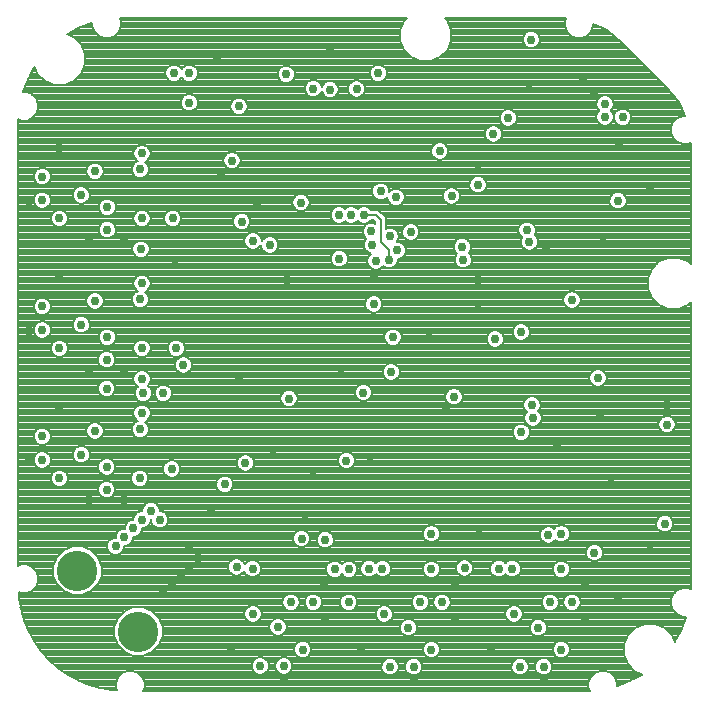
<source format=gm1>
G75*
%MOIN*%
%OFA0B0*%
%FSLAX24Y24*%
%IPPOS*%
%LPD*%
%AMOC8*
5,1,8,0,0,1.08239X$1,22.5*
%
%ADD10C,0.1349*%
%ADD11C,0.0079*%
%ADD12C,0.0302*%
D10*
X002686Y004718D03*
X004718Y002686D03*
D11*
X001748Y001748D02*
X001483Y002044D01*
X001253Y002368D01*
X001061Y002716D01*
X000909Y003083D01*
X000799Y003465D01*
X000733Y003857D01*
X000724Y004012D01*
X000812Y003975D01*
X001002Y003975D01*
X001176Y004047D01*
X001310Y004181D01*
X001383Y004356D01*
X001383Y004545D01*
X001310Y004720D01*
X001176Y004854D01*
X001002Y004926D01*
X000812Y004926D01*
X000710Y004884D01*
X000710Y019608D01*
X000719Y019762D01*
X000812Y019723D01*
X001002Y019723D01*
X001176Y019795D01*
X001310Y019929D01*
X001383Y020104D01*
X001383Y020293D01*
X001310Y020468D01*
X001176Y020602D01*
X001002Y020674D01*
X000879Y020674D01*
X000909Y020778D01*
X001061Y021145D01*
X001253Y021493D01*
X001263Y021507D01*
X001355Y021284D01*
X001599Y021040D01*
X001916Y020909D01*
X002260Y020909D01*
X002578Y021040D01*
X002821Y021284D01*
X002953Y021601D01*
X002953Y021945D01*
X002821Y022263D01*
X002578Y022506D01*
X002355Y022598D01*
X002368Y022608D01*
X002716Y022800D01*
X003083Y022952D01*
X003187Y022982D01*
X003187Y022860D01*
X003260Y022685D01*
X003394Y022551D01*
X003568Y022479D01*
X003758Y022479D01*
X003932Y022551D01*
X004066Y022685D01*
X004139Y022860D01*
X004139Y023049D01*
X004100Y023143D01*
X004254Y023151D01*
X013661Y023151D01*
X013560Y023050D01*
X013429Y022733D01*
X013429Y022389D01*
X013560Y022071D01*
X013803Y021828D01*
X014121Y021696D01*
X014465Y021696D01*
X014783Y021828D01*
X015026Y022071D01*
X015157Y022389D01*
X015157Y022733D01*
X015026Y023050D01*
X014925Y023151D01*
X018860Y023151D01*
X018975Y023145D01*
X018935Y023049D01*
X018935Y022860D01*
X019008Y022685D01*
X019142Y022551D01*
X019316Y022479D01*
X019506Y022479D01*
X019680Y022551D01*
X019814Y022685D01*
X019887Y022860D01*
X019887Y022948D01*
X020056Y022878D01*
X020326Y022729D01*
X020578Y022550D01*
X020809Y022344D01*
X022344Y020809D01*
X022550Y020578D01*
X022729Y020326D01*
X022878Y020056D01*
X022948Y019887D01*
X022860Y019887D01*
X022685Y019814D01*
X022551Y019680D01*
X022479Y019506D01*
X022479Y019316D01*
X022551Y019142D01*
X022685Y019008D01*
X022860Y018935D01*
X023049Y018935D01*
X023145Y018975D01*
X023151Y018860D01*
X023151Y014925D01*
X023050Y015026D01*
X022733Y015157D01*
X022389Y015157D01*
X022071Y015026D01*
X021828Y014783D01*
X021696Y014465D01*
X021696Y014121D01*
X021828Y013803D01*
X022071Y013560D01*
X022389Y013429D01*
X022733Y013429D01*
X023050Y013560D01*
X023151Y013661D01*
X023151Y004254D01*
X023143Y004100D01*
X023049Y004139D01*
X022860Y004139D01*
X022685Y004066D01*
X022551Y003932D01*
X022479Y003758D01*
X022479Y003568D01*
X022551Y003394D01*
X022685Y003260D01*
X022860Y003187D01*
X022982Y003187D01*
X022952Y003083D01*
X022800Y002716D01*
X022608Y002368D01*
X022598Y002355D01*
X022506Y002578D01*
X022263Y002821D01*
X021945Y002953D01*
X021601Y002953D01*
X021284Y002821D01*
X021040Y002578D01*
X020909Y002260D01*
X020909Y001916D01*
X021040Y001599D01*
X021284Y001355D01*
X021507Y001263D01*
X021493Y001253D01*
X021145Y001061D01*
X020778Y000909D01*
X020674Y000879D01*
X020674Y001002D01*
X020602Y001176D01*
X020468Y001310D01*
X020293Y001383D01*
X020104Y001383D01*
X019929Y001310D01*
X019795Y001176D01*
X019723Y001002D01*
X019723Y000812D01*
X019762Y000719D01*
X019608Y000710D01*
X004884Y000710D01*
X004926Y000812D01*
X004926Y001002D01*
X004854Y001176D01*
X004720Y001310D01*
X004545Y001383D01*
X004356Y001383D01*
X004181Y001310D01*
X004047Y001176D01*
X003975Y001002D01*
X003975Y000812D01*
X004012Y000724D01*
X003857Y000733D01*
X003465Y000799D01*
X003083Y000909D01*
X002716Y001061D01*
X002368Y001253D01*
X002044Y001483D01*
X001748Y001748D01*
X001755Y001742D02*
X008570Y001742D01*
X008536Y001708D02*
X008492Y001602D01*
X008492Y001487D01*
X008536Y001381D01*
X008618Y001300D01*
X008724Y001256D01*
X008839Y001256D01*
X008945Y001300D01*
X009026Y001381D01*
X009070Y001487D01*
X009070Y001602D01*
X009026Y001708D01*
X008945Y001790D01*
X008839Y001834D01*
X008724Y001834D01*
X008618Y001790D01*
X008536Y001708D01*
X008518Y001664D02*
X001842Y001664D01*
X001928Y001587D02*
X008492Y001587D01*
X008492Y001510D02*
X002014Y001510D01*
X002116Y001433D02*
X008515Y001433D01*
X008562Y001356D02*
X004611Y001356D01*
X004752Y001278D02*
X008670Y001278D01*
X008892Y001278D02*
X009458Y001278D01*
X009511Y001256D02*
X009626Y001256D01*
X009732Y001300D01*
X009813Y001381D01*
X009857Y001487D01*
X009857Y001602D01*
X009813Y001708D01*
X009732Y001790D01*
X009626Y001834D01*
X009511Y001834D01*
X009405Y001790D01*
X009324Y001708D01*
X009280Y001602D01*
X009280Y001487D01*
X009324Y001381D01*
X009405Y001300D01*
X009511Y001256D01*
X009679Y001278D02*
X012943Y001278D01*
X012948Y001273D02*
X013054Y001229D01*
X013169Y001229D01*
X013275Y001273D01*
X013357Y001354D01*
X013400Y001460D01*
X013400Y001575D01*
X013357Y001681D01*
X013275Y001762D01*
X013169Y001806D01*
X013054Y001806D01*
X012948Y001762D01*
X012867Y001681D01*
X012823Y001575D01*
X012823Y001460D01*
X012867Y001354D01*
X012948Y001273D01*
X012866Y001356D02*
X009787Y001356D01*
X009835Y001433D02*
X012834Y001433D01*
X012823Y001510D02*
X009857Y001510D01*
X009857Y001587D02*
X012828Y001587D01*
X012860Y001664D02*
X009831Y001664D01*
X009780Y001742D02*
X012928Y001742D01*
X013296Y001742D02*
X013715Y001742D01*
X013736Y001762D02*
X013654Y001681D01*
X013611Y001575D01*
X013611Y001460D01*
X013654Y001354D01*
X013736Y001273D01*
X013842Y001229D01*
X013957Y001229D01*
X014063Y001273D01*
X014144Y001354D01*
X014188Y001460D01*
X014188Y001575D01*
X014144Y001681D01*
X014063Y001762D01*
X013957Y001806D01*
X013842Y001806D01*
X013736Y001762D01*
X013648Y001664D02*
X013363Y001664D01*
X013395Y001587D02*
X013616Y001587D01*
X013611Y001510D02*
X013400Y001510D01*
X013389Y001433D02*
X013622Y001433D01*
X013654Y001356D02*
X013357Y001356D01*
X013281Y001278D02*
X013730Y001278D01*
X014068Y001278D02*
X017273Y001278D01*
X017279Y001273D02*
X017385Y001229D01*
X017500Y001229D01*
X017606Y001273D01*
X017687Y001354D01*
X017731Y001460D01*
X017731Y001575D01*
X017687Y001681D01*
X017606Y001762D01*
X017500Y001806D01*
X017385Y001806D01*
X017279Y001762D01*
X017198Y001681D01*
X017154Y001575D01*
X017154Y001460D01*
X017198Y001354D01*
X017279Y001273D01*
X017197Y001356D02*
X014145Y001356D01*
X014177Y001433D02*
X017165Y001433D01*
X017154Y001510D02*
X014188Y001510D01*
X014183Y001587D02*
X017159Y001587D01*
X017191Y001664D02*
X014151Y001664D01*
X014083Y001742D02*
X017259Y001742D01*
X017626Y001742D02*
X018046Y001742D01*
X018066Y001762D02*
X017985Y001681D01*
X017941Y001575D01*
X017941Y001460D01*
X017985Y001354D01*
X018066Y001273D01*
X018173Y001229D01*
X018287Y001229D01*
X018393Y001273D01*
X018475Y001354D01*
X018519Y001460D01*
X018519Y001575D01*
X018475Y001681D01*
X018393Y001762D01*
X018287Y001806D01*
X018173Y001806D01*
X018066Y001762D01*
X017978Y001664D02*
X017694Y001664D01*
X017726Y001587D02*
X017946Y001587D01*
X017941Y001510D02*
X017731Y001510D01*
X017720Y001433D02*
X017952Y001433D01*
X017984Y001356D02*
X017688Y001356D01*
X017612Y001278D02*
X018061Y001278D01*
X018399Y001278D02*
X019897Y001278D01*
X019820Y001201D02*
X004829Y001201D01*
X004875Y001124D02*
X019773Y001124D01*
X019741Y001047D02*
X004907Y001047D01*
X004926Y000969D02*
X019723Y000969D01*
X019723Y000892D02*
X004926Y000892D01*
X004926Y000815D02*
X019723Y000815D01*
X019754Y000738D02*
X004895Y000738D01*
X004290Y001356D02*
X002224Y001356D01*
X002333Y001278D02*
X004149Y001278D01*
X004072Y001201D02*
X002463Y001201D01*
X002603Y001124D02*
X004025Y001124D01*
X003993Y001047D02*
X002751Y001047D01*
X002938Y000969D02*
X003975Y000969D01*
X003975Y000892D02*
X003142Y000892D01*
X003410Y000815D02*
X003975Y000815D01*
X004006Y000738D02*
X003827Y000738D01*
X004258Y001998D02*
X004557Y001874D01*
X004880Y001874D01*
X005178Y001998D01*
X005407Y002226D01*
X005531Y002525D01*
X005531Y002848D01*
X005407Y003146D01*
X005178Y003375D01*
X004880Y003498D01*
X004557Y003498D01*
X004258Y003375D01*
X004030Y003146D01*
X003906Y002848D01*
X003906Y002525D01*
X004030Y002226D01*
X004258Y001998D01*
X004317Y001973D02*
X001547Y001973D01*
X001616Y001896D02*
X004503Y001896D01*
X004205Y002051D02*
X001479Y002051D01*
X001424Y002128D02*
X004128Y002128D01*
X004051Y002205D02*
X001369Y002205D01*
X001314Y002282D02*
X004006Y002282D01*
X003974Y002360D02*
X001260Y002360D01*
X001215Y002437D02*
X003942Y002437D01*
X003911Y002514D02*
X001173Y002514D01*
X001130Y002591D02*
X003906Y002591D01*
X003906Y002669D02*
X001087Y002669D01*
X001049Y002746D02*
X003906Y002746D01*
X003906Y002823D02*
X001017Y002823D01*
X000985Y002900D02*
X003928Y002900D01*
X003960Y002978D02*
X000953Y002978D01*
X000921Y003055D02*
X003992Y003055D01*
X004024Y003132D02*
X000895Y003132D01*
X000873Y003209D02*
X004093Y003209D01*
X004170Y003287D02*
X000851Y003287D01*
X000828Y003364D02*
X004247Y003364D01*
X004418Y003441D02*
X000806Y003441D01*
X000790Y003518D02*
X008392Y003518D01*
X008381Y003514D02*
X008300Y003433D01*
X008256Y003327D01*
X008256Y003212D01*
X008300Y003106D01*
X008381Y003025D01*
X008487Y002981D01*
X008602Y002981D01*
X008708Y003025D01*
X008790Y003106D01*
X008834Y003212D01*
X008834Y003327D01*
X008790Y003433D01*
X008708Y003514D01*
X008602Y003558D01*
X008487Y003558D01*
X008381Y003514D01*
X008308Y003441D02*
X005018Y003441D01*
X005189Y003364D02*
X008272Y003364D01*
X008256Y003287D02*
X005267Y003287D01*
X005344Y003209D02*
X008257Y003209D01*
X008289Y003132D02*
X005413Y003132D01*
X005445Y003055D02*
X008351Y003055D01*
X008739Y003055D02*
X009182Y003055D01*
X009208Y003081D02*
X009127Y003000D01*
X009083Y002894D01*
X009083Y002779D01*
X009127Y002673D01*
X009208Y002592D01*
X009314Y002548D01*
X009429Y002548D01*
X009535Y002592D01*
X009616Y002673D01*
X009660Y002779D01*
X009660Y002894D01*
X009616Y003000D01*
X009535Y003081D01*
X009429Y003125D01*
X009314Y003125D01*
X009208Y003081D01*
X009118Y002978D02*
X005477Y002978D01*
X005509Y002900D02*
X009086Y002900D01*
X009083Y002823D02*
X005531Y002823D01*
X005531Y002746D02*
X009097Y002746D01*
X009131Y002669D02*
X005531Y002669D01*
X005531Y002591D02*
X009208Y002591D01*
X009535Y002591D02*
X013539Y002591D01*
X013559Y002572D02*
X013665Y002528D01*
X013779Y002528D01*
X013886Y002572D01*
X013967Y002653D01*
X014011Y002759D01*
X014011Y002874D01*
X013967Y002980D01*
X013886Y003061D01*
X013779Y003105D01*
X013665Y003105D01*
X013559Y003061D01*
X013477Y002980D01*
X013433Y002874D01*
X013433Y002759D01*
X013477Y002653D01*
X013559Y002572D01*
X013471Y002669D02*
X009612Y002669D01*
X009647Y002746D02*
X013439Y002746D01*
X013433Y002823D02*
X009660Y002823D01*
X009658Y002900D02*
X013444Y002900D01*
X013476Y002978D02*
X009626Y002978D01*
X009561Y003055D02*
X012721Y003055D01*
X012751Y003025D02*
X012858Y002981D01*
X012972Y002981D01*
X013078Y003025D01*
X013160Y003106D01*
X013204Y003212D01*
X013204Y003327D01*
X013160Y003433D01*
X013078Y003514D01*
X012972Y003558D01*
X012858Y003558D01*
X012751Y003514D01*
X012670Y003433D01*
X012626Y003327D01*
X012626Y003212D01*
X012670Y003106D01*
X012751Y003025D01*
X012659Y003132D02*
X008800Y003132D01*
X008832Y003209D02*
X012627Y003209D01*
X012626Y003287D02*
X008834Y003287D01*
X008818Y003364D02*
X012642Y003364D01*
X012678Y003441D02*
X011920Y003441D01*
X011897Y003418D02*
X011979Y003499D01*
X012023Y003606D01*
X012023Y003720D01*
X011979Y003827D01*
X011897Y003908D01*
X011791Y003952D01*
X011676Y003952D01*
X011570Y003908D01*
X011489Y003827D01*
X011445Y003720D01*
X011445Y003606D01*
X011489Y003499D01*
X011570Y003418D01*
X011676Y003374D01*
X011791Y003374D01*
X011897Y003418D01*
X011986Y003518D02*
X012762Y003518D01*
X013068Y003518D02*
X013863Y003518D01*
X013871Y003499D02*
X013952Y003418D01*
X014058Y003374D01*
X014173Y003374D01*
X014279Y003418D01*
X014360Y003499D01*
X014404Y003606D01*
X014404Y003720D01*
X014360Y003827D01*
X014600Y003827D01*
X014599Y003827D02*
X014555Y003720D01*
X014555Y003606D01*
X014599Y003499D01*
X014681Y003418D01*
X014787Y003374D01*
X014902Y003374D01*
X015008Y003418D01*
X015089Y003499D01*
X015133Y003606D01*
X015133Y003720D01*
X015089Y003827D01*
X015008Y003908D01*
X014902Y003952D01*
X014787Y003952D01*
X014681Y003908D01*
X014599Y003827D01*
X014568Y003750D02*
X014392Y003750D01*
X014404Y003673D02*
X014555Y003673D01*
X014560Y003596D02*
X014400Y003596D01*
X014368Y003518D02*
X014592Y003518D01*
X014658Y003441D02*
X014302Y003441D01*
X013929Y003441D02*
X013151Y003441D01*
X013188Y003364D02*
X016972Y003364D01*
X016957Y003327D02*
X017001Y003433D01*
X017082Y003514D01*
X017188Y003558D01*
X017303Y003558D01*
X017409Y003514D01*
X017490Y003433D01*
X017534Y003327D01*
X017534Y003212D01*
X017490Y003106D01*
X017409Y003025D01*
X017303Y002981D01*
X017188Y002981D01*
X017082Y003025D01*
X017001Y003106D01*
X016957Y003212D01*
X016957Y003327D01*
X016957Y003287D02*
X013204Y003287D01*
X013203Y003209D02*
X016958Y003209D01*
X016990Y003132D02*
X013171Y003132D01*
X013109Y003055D02*
X013552Y003055D01*
X013892Y003055D02*
X017052Y003055D01*
X017439Y003055D02*
X017883Y003055D01*
X017889Y003061D02*
X017808Y002980D01*
X017764Y002874D01*
X017764Y002759D01*
X017808Y002653D01*
X017889Y002572D01*
X017995Y002528D01*
X018110Y002528D01*
X018216Y002572D01*
X018297Y002653D01*
X018341Y002759D01*
X018341Y002874D01*
X018297Y002980D01*
X018216Y003061D01*
X018110Y003105D01*
X017995Y003105D01*
X017889Y003061D01*
X017807Y002978D02*
X013968Y002978D01*
X014000Y002900D02*
X017775Y002900D01*
X017764Y002823D02*
X014011Y002823D01*
X014005Y002746D02*
X017770Y002746D01*
X017802Y002669D02*
X013973Y002669D01*
X013905Y002591D02*
X017870Y002591D01*
X018236Y002591D02*
X021054Y002591D01*
X021014Y002514D02*
X005526Y002514D01*
X005494Y002437D02*
X020982Y002437D01*
X020950Y002360D02*
X018919Y002360D01*
X018878Y002377D02*
X018763Y002377D01*
X018657Y002333D01*
X018576Y002252D01*
X018532Y002146D01*
X018532Y002031D01*
X018576Y001925D01*
X018657Y001843D01*
X018763Y001800D01*
X018878Y001800D01*
X018984Y001843D01*
X019065Y001925D01*
X019109Y002031D01*
X019109Y002146D01*
X019065Y002252D01*
X018984Y002333D01*
X018878Y002377D01*
X018722Y002360D02*
X014589Y002360D01*
X014547Y002377D02*
X014653Y002333D01*
X014734Y002252D01*
X014778Y002146D01*
X014778Y002031D01*
X014734Y001925D01*
X014653Y001843D01*
X014547Y001800D01*
X014432Y001800D01*
X014326Y001843D01*
X014245Y001925D01*
X014201Y002031D01*
X014201Y002146D01*
X014245Y002252D01*
X014326Y002333D01*
X014432Y002377D01*
X014547Y002377D01*
X014391Y002360D02*
X010297Y002360D01*
X010256Y002377D02*
X010362Y002333D01*
X010443Y002252D01*
X010487Y002146D01*
X010487Y002031D01*
X010443Y001925D01*
X010362Y001843D01*
X010256Y001800D01*
X010141Y001800D01*
X010035Y001843D01*
X009954Y001925D01*
X009910Y002031D01*
X009910Y002146D01*
X009954Y002252D01*
X010035Y002333D01*
X010141Y002377D01*
X010256Y002377D01*
X010100Y002360D02*
X005462Y002360D01*
X005430Y002282D02*
X009984Y002282D01*
X009934Y002205D02*
X005386Y002205D01*
X005309Y002128D02*
X009910Y002128D01*
X009910Y002051D02*
X005232Y002051D01*
X005120Y001973D02*
X009934Y001973D01*
X009982Y001896D02*
X004934Y001896D01*
X003146Y004030D02*
X002848Y003906D01*
X002525Y003906D01*
X002226Y004030D01*
X001998Y004258D01*
X001874Y004557D01*
X001874Y004880D01*
X001998Y005178D01*
X002226Y005407D01*
X002525Y005531D01*
X002848Y005531D01*
X003146Y005407D01*
X003375Y005178D01*
X003498Y004880D01*
X003498Y004557D01*
X003375Y004258D01*
X003146Y004030D01*
X003175Y004059D02*
X022678Y004059D01*
X022600Y003982D02*
X003030Y003982D01*
X003253Y004136D02*
X022854Y004136D01*
X023055Y004136D02*
X023145Y004136D01*
X023149Y004213D02*
X003330Y004213D01*
X003388Y004291D02*
X023151Y004291D01*
X023151Y004368D02*
X003420Y004368D01*
X003452Y004445D02*
X023151Y004445D01*
X023151Y004522D02*
X018986Y004522D01*
X018984Y004521D02*
X019065Y004602D01*
X019109Y004708D01*
X019109Y004823D01*
X019065Y004929D01*
X018984Y005010D01*
X018878Y005054D01*
X018763Y005054D01*
X018657Y005010D01*
X018576Y004929D01*
X018532Y004823D01*
X018532Y004708D01*
X018576Y004602D01*
X018657Y004521D01*
X018763Y004477D01*
X018878Y004477D01*
X018984Y004521D01*
X019063Y004600D02*
X023151Y004600D01*
X023151Y004677D02*
X019096Y004677D01*
X019109Y004754D02*
X023151Y004754D01*
X023151Y004831D02*
X019106Y004831D01*
X019074Y004909D02*
X023151Y004909D01*
X023151Y004986D02*
X019008Y004986D01*
X018633Y004986D02*
X017394Y004986D01*
X017431Y004949D02*
X017350Y005030D01*
X017244Y005074D01*
X017129Y005074D01*
X017023Y005030D01*
X016960Y004967D01*
X016897Y005030D01*
X016791Y005074D01*
X016676Y005074D01*
X016570Y005030D01*
X016489Y004949D01*
X016445Y004842D01*
X016445Y004728D01*
X016489Y004622D01*
X016570Y004540D01*
X016676Y004496D01*
X016791Y004496D01*
X016897Y004540D01*
X016960Y004603D01*
X017023Y004540D01*
X017129Y004496D01*
X017244Y004496D01*
X017350Y004540D01*
X017431Y004622D01*
X017475Y004728D01*
X017475Y004842D01*
X017431Y004949D01*
X017448Y004909D02*
X018567Y004909D01*
X018535Y004831D02*
X017475Y004831D01*
X017475Y004754D02*
X018532Y004754D01*
X018545Y004677D02*
X017454Y004677D01*
X017409Y004600D02*
X018578Y004600D01*
X018655Y004522D02*
X017307Y004522D01*
X017066Y004522D02*
X016854Y004522D01*
X016957Y004600D02*
X016964Y004600D01*
X016941Y004986D02*
X016979Y004986D01*
X017104Y005063D02*
X016817Y005063D01*
X016651Y005063D02*
X015723Y005063D01*
X015756Y005049D02*
X015650Y005093D01*
X015535Y005093D01*
X015429Y005049D01*
X015347Y004968D01*
X015303Y004862D01*
X015303Y004747D01*
X015347Y004641D01*
X015429Y004560D01*
X015535Y004516D01*
X015650Y004516D01*
X015756Y004560D01*
X015837Y004641D01*
X015881Y004747D01*
X015881Y004862D01*
X015837Y004968D01*
X015756Y005049D01*
X015819Y004986D02*
X016526Y004986D01*
X016473Y004909D02*
X015862Y004909D01*
X015881Y004831D02*
X016445Y004831D01*
X016445Y004754D02*
X015881Y004754D01*
X015852Y004677D02*
X016466Y004677D01*
X016511Y004600D02*
X015795Y004600D01*
X015665Y004522D02*
X016614Y004522D01*
X017270Y005063D02*
X019780Y005063D01*
X019759Y005072D02*
X019865Y005028D01*
X019980Y005028D01*
X020086Y005072D01*
X020168Y005153D01*
X020211Y005259D01*
X020211Y005374D01*
X020168Y005480D01*
X020086Y005561D01*
X019980Y005605D01*
X019865Y005605D01*
X019759Y005561D01*
X019678Y005480D01*
X019634Y005374D01*
X019634Y005259D01*
X019678Y005153D01*
X019759Y005072D01*
X019691Y005140D02*
X003390Y005140D01*
X003422Y005063D02*
X007804Y005063D01*
X007830Y005089D02*
X007749Y005008D01*
X007705Y004902D01*
X007705Y004787D01*
X007749Y004681D01*
X007830Y004599D01*
X007936Y004555D01*
X008051Y004555D01*
X008157Y004599D01*
X008238Y004681D01*
X008247Y004702D01*
X008280Y004622D01*
X008362Y004540D01*
X008468Y004496D01*
X008583Y004496D01*
X008689Y004540D01*
X008770Y004622D01*
X008814Y004728D01*
X008814Y004842D01*
X008770Y004949D01*
X008689Y005030D01*
X008583Y005074D01*
X008468Y005074D01*
X008362Y005030D01*
X008280Y004949D01*
X008272Y004927D01*
X008238Y005008D01*
X008157Y005089D01*
X008051Y005133D01*
X007936Y005133D01*
X007830Y005089D01*
X007740Y004986D02*
X003454Y004986D01*
X003486Y004909D02*
X007708Y004909D01*
X007705Y004831D02*
X003498Y004831D01*
X003498Y004754D02*
X007719Y004754D01*
X007753Y004677D02*
X003498Y004677D01*
X003498Y004600D02*
X007830Y004600D01*
X008157Y004600D02*
X008302Y004600D01*
X008258Y004677D02*
X008235Y004677D01*
X008405Y004522D02*
X003484Y004522D01*
X003336Y005218D02*
X019651Y005218D01*
X019634Y005295D02*
X004128Y005295D01*
X004122Y005288D02*
X004203Y005370D01*
X004247Y005476D01*
X004247Y005540D01*
X004311Y005540D01*
X004417Y005584D01*
X004498Y005665D01*
X004542Y005771D01*
X004542Y005835D01*
X004606Y005835D01*
X004712Y005879D01*
X004794Y005960D01*
X004837Y006066D01*
X004837Y006130D01*
X004902Y006130D01*
X005008Y006174D01*
X005089Y006255D01*
X005133Y006361D01*
X005133Y006426D01*
X005146Y006426D01*
X005146Y006361D01*
X005190Y006255D01*
X005271Y006174D01*
X005377Y006130D01*
X005492Y006130D01*
X005598Y006174D01*
X005679Y006255D01*
X005723Y006361D01*
X005723Y006476D01*
X005679Y006582D01*
X005598Y006664D01*
X005492Y006708D01*
X005428Y006708D01*
X005428Y006772D01*
X005384Y006878D01*
X005303Y006959D01*
X005197Y007003D01*
X005082Y007003D01*
X004976Y006959D01*
X004895Y006878D01*
X004851Y006772D01*
X004851Y006708D01*
X004787Y006708D01*
X004681Y006664D01*
X004599Y006582D01*
X004555Y006476D01*
X004555Y006412D01*
X004491Y006412D01*
X004385Y006368D01*
X004304Y006287D01*
X004260Y006181D01*
X004260Y006117D01*
X004196Y006117D01*
X004090Y006073D01*
X004009Y005992D01*
X003965Y005886D01*
X003965Y005822D01*
X003901Y005822D01*
X003795Y005778D01*
X003714Y005697D01*
X003670Y005590D01*
X003670Y005476D01*
X003714Y005370D01*
X003795Y005288D01*
X003901Y005244D01*
X004016Y005244D01*
X004122Y005288D01*
X004204Y005372D02*
X019634Y005372D01*
X019665Y005449D02*
X004236Y005449D01*
X004247Y005527D02*
X010038Y005527D01*
X009996Y005544D02*
X010102Y005500D01*
X010216Y005500D01*
X010323Y005544D01*
X010404Y005625D01*
X010448Y005732D01*
X010448Y005846D01*
X010404Y005952D01*
X010323Y006034D01*
X010216Y006078D01*
X010102Y006078D01*
X009996Y006034D01*
X009914Y005952D01*
X009870Y005846D01*
X009870Y005732D01*
X009914Y005625D01*
X009996Y005544D01*
X009936Y005604D02*
X004437Y005604D01*
X004505Y005681D02*
X009891Y005681D01*
X009870Y005758D02*
X004537Y005758D01*
X004607Y005835D02*
X009870Y005835D01*
X009898Y005913D02*
X004746Y005913D01*
X004806Y005990D02*
X009952Y005990D01*
X010076Y006067D02*
X004837Y006067D01*
X004936Y006144D02*
X005343Y006144D01*
X005224Y006222D02*
X005055Y006222D01*
X005107Y006299D02*
X005172Y006299D01*
X005146Y006376D02*
X005133Y006376D01*
X005526Y006144D02*
X014280Y006144D01*
X014245Y006110D02*
X014201Y006004D01*
X014201Y005889D01*
X014245Y005783D01*
X014326Y005702D01*
X014432Y005658D01*
X014547Y005658D01*
X014653Y005702D01*
X014734Y005783D01*
X014778Y005889D01*
X014778Y006004D01*
X014734Y006110D01*
X014653Y006191D01*
X014547Y006235D01*
X014432Y006235D01*
X014326Y006191D01*
X014245Y006110D01*
X014227Y006067D02*
X010242Y006067D01*
X010366Y005990D02*
X010779Y005990D01*
X010783Y005994D02*
X010702Y005913D01*
X010658Y005807D01*
X010658Y005692D01*
X010702Y005586D01*
X010783Y005505D01*
X010889Y005461D01*
X011004Y005461D01*
X011110Y005505D01*
X011191Y005586D01*
X011235Y005692D01*
X011235Y005807D01*
X011191Y005913D01*
X011110Y005994D01*
X011004Y006038D01*
X010889Y006038D01*
X010783Y005994D01*
X010702Y005913D02*
X010420Y005913D01*
X010448Y005835D02*
X010670Y005835D01*
X010658Y005758D02*
X010448Y005758D01*
X010427Y005681D02*
X010662Y005681D01*
X010694Y005604D02*
X010382Y005604D01*
X010280Y005527D02*
X010761Y005527D01*
X011132Y005527D02*
X019725Y005527D01*
X019862Y005604D02*
X011198Y005604D01*
X011230Y005681D02*
X014376Y005681D01*
X014270Y005758D02*
X011235Y005758D01*
X011223Y005835D02*
X014223Y005835D01*
X014201Y005913D02*
X011191Y005913D01*
X011114Y005990D02*
X014201Y005990D01*
X014400Y006222D02*
X005646Y006222D01*
X005697Y006299D02*
X021977Y006299D01*
X021977Y006339D02*
X021977Y006224D01*
X022021Y006118D01*
X022102Y006036D01*
X022208Y005992D01*
X022323Y005992D01*
X022429Y006036D01*
X022510Y006118D01*
X022554Y006224D01*
X022554Y006339D01*
X022510Y006445D01*
X022429Y006526D01*
X022323Y006570D01*
X022208Y006570D01*
X022102Y006526D01*
X022021Y006445D01*
X021977Y006339D01*
X021992Y006376D02*
X005723Y006376D01*
X005723Y006453D02*
X022029Y006453D01*
X022113Y006531D02*
X005701Y006531D01*
X005654Y006608D02*
X023151Y006608D01*
X023151Y006685D02*
X005546Y006685D01*
X005428Y006762D02*
X023151Y006762D01*
X023151Y006840D02*
X005400Y006840D01*
X005345Y006917D02*
X023151Y006917D01*
X023151Y006994D02*
X005218Y006994D01*
X005061Y006994D02*
X000710Y006994D01*
X000710Y006917D02*
X004934Y006917D01*
X004879Y006840D02*
X000710Y006840D01*
X000710Y006762D02*
X004851Y006762D01*
X004733Y006685D02*
X000710Y006685D01*
X000710Y006608D02*
X004625Y006608D01*
X004578Y006531D02*
X000710Y006531D01*
X000710Y006453D02*
X004555Y006453D01*
X004404Y006376D02*
X000710Y006376D01*
X000710Y006299D02*
X004316Y006299D01*
X004277Y006222D02*
X000710Y006222D01*
X000710Y006144D02*
X004260Y006144D01*
X004084Y006067D02*
X000710Y006067D01*
X000710Y005990D02*
X004008Y005990D01*
X003976Y005913D02*
X000710Y005913D01*
X000710Y005835D02*
X003965Y005835D01*
X003775Y005758D02*
X000710Y005758D01*
X000710Y005681D02*
X003707Y005681D01*
X003675Y005604D02*
X000710Y005604D01*
X000710Y005527D02*
X002515Y005527D01*
X002328Y005449D02*
X000710Y005449D01*
X000710Y005372D02*
X002191Y005372D01*
X002114Y005295D02*
X000710Y005295D01*
X000710Y005218D02*
X002037Y005218D01*
X001982Y005140D02*
X000710Y005140D01*
X000710Y005063D02*
X001950Y005063D01*
X001918Y004986D02*
X000710Y004986D01*
X000710Y004909D02*
X000770Y004909D01*
X001044Y004909D02*
X001886Y004909D01*
X001874Y004831D02*
X001199Y004831D01*
X001276Y004754D02*
X001874Y004754D01*
X001874Y004677D02*
X001328Y004677D01*
X001360Y004600D02*
X001874Y004600D01*
X001888Y004522D02*
X001383Y004522D01*
X001383Y004445D02*
X001920Y004445D01*
X001952Y004368D02*
X001383Y004368D01*
X001356Y004291D02*
X001984Y004291D01*
X002042Y004213D02*
X001324Y004213D01*
X001265Y004136D02*
X002120Y004136D01*
X002197Y004059D02*
X001188Y004059D01*
X001018Y003982D02*
X002342Y003982D01*
X000796Y003982D02*
X000726Y003982D01*
X000730Y003904D02*
X009638Y003904D01*
X009641Y003908D02*
X009560Y003827D01*
X009516Y003720D01*
X009516Y003606D01*
X009560Y003499D01*
X009641Y003418D01*
X009747Y003374D01*
X009862Y003374D01*
X009968Y003418D01*
X010049Y003499D01*
X010093Y003606D01*
X010093Y003720D01*
X010049Y003827D01*
X010309Y003827D01*
X010308Y003827D02*
X010264Y003720D01*
X010264Y003606D01*
X010308Y003499D01*
X010389Y003418D01*
X010495Y003374D01*
X010610Y003374D01*
X010716Y003418D01*
X010797Y003499D01*
X010841Y003606D01*
X010841Y003720D01*
X010797Y003827D01*
X011490Y003827D01*
X011457Y003750D02*
X010829Y003750D01*
X010841Y003673D02*
X011445Y003673D01*
X011449Y003596D02*
X010837Y003596D01*
X010805Y003518D02*
X011481Y003518D01*
X011548Y003441D02*
X010739Y003441D01*
X010366Y003441D02*
X009991Y003441D01*
X010057Y003518D02*
X010300Y003518D01*
X010268Y003596D02*
X010089Y003596D01*
X010093Y003673D02*
X010264Y003673D01*
X010276Y003750D02*
X010081Y003750D01*
X010049Y003827D02*
X009968Y003908D01*
X009862Y003952D01*
X009747Y003952D01*
X009641Y003908D01*
X009561Y003827D02*
X000738Y003827D01*
X000751Y003750D02*
X009528Y003750D01*
X009516Y003673D02*
X000764Y003673D01*
X000777Y003596D02*
X009520Y003596D01*
X009552Y003518D02*
X008698Y003518D01*
X008781Y003441D02*
X009618Y003441D01*
X009971Y003904D02*
X010386Y003904D01*
X010389Y003908D02*
X010308Y003827D01*
X010389Y003908D02*
X010495Y003952D01*
X010610Y003952D01*
X010716Y003908D01*
X010797Y003827D01*
X010720Y003904D02*
X011567Y003904D01*
X011901Y003904D02*
X013949Y003904D01*
X013952Y003908D02*
X013871Y003827D01*
X013827Y003720D01*
X013827Y003606D01*
X013871Y003499D01*
X013831Y003596D02*
X012018Y003596D01*
X012023Y003673D02*
X013827Y003673D01*
X013839Y003750D02*
X012010Y003750D01*
X011978Y003827D02*
X013872Y003827D01*
X013952Y003908D02*
X014058Y003952D01*
X014173Y003952D01*
X014279Y003908D01*
X014360Y003827D01*
X014283Y003904D02*
X014677Y003904D01*
X015011Y003904D02*
X018280Y003904D01*
X018283Y003908D02*
X018202Y003827D01*
X015088Y003827D01*
X015121Y003750D02*
X018170Y003750D01*
X018158Y003720D02*
X018158Y003606D01*
X018202Y003499D01*
X018283Y003418D01*
X018389Y003374D01*
X018504Y003374D01*
X018610Y003418D01*
X018691Y003499D01*
X018735Y003606D01*
X018735Y003720D01*
X018691Y003827D01*
X018610Y003908D01*
X018504Y003952D01*
X018389Y003952D01*
X018283Y003908D01*
X018202Y003827D02*
X018158Y003720D01*
X018158Y003673D02*
X015133Y003673D01*
X015129Y003596D02*
X018162Y003596D01*
X018194Y003518D02*
X017399Y003518D01*
X017482Y003441D02*
X018260Y003441D01*
X018633Y003441D02*
X018989Y003441D01*
X019011Y003418D02*
X019117Y003374D01*
X019232Y003374D01*
X019338Y003418D01*
X019420Y003499D01*
X019463Y003606D01*
X019463Y003720D01*
X019420Y003827D01*
X019338Y003908D01*
X019232Y003952D01*
X019117Y003952D01*
X019011Y003908D01*
X018930Y003827D01*
X018886Y003720D01*
X018886Y003606D01*
X018930Y003499D01*
X019011Y003418D01*
X018922Y003518D02*
X018699Y003518D01*
X018731Y003596D02*
X018890Y003596D01*
X018886Y003673D02*
X018735Y003673D01*
X018723Y003750D02*
X018898Y003750D01*
X018931Y003827D02*
X018690Y003827D01*
X018613Y003904D02*
X019008Y003904D01*
X019342Y003904D02*
X022540Y003904D01*
X022508Y003827D02*
X019419Y003827D01*
X019451Y003750D02*
X022479Y003750D01*
X022479Y003673D02*
X019463Y003673D01*
X019459Y003596D02*
X022479Y003596D01*
X022500Y003518D02*
X019427Y003518D01*
X019361Y003441D02*
X022531Y003441D01*
X022581Y003364D02*
X017519Y003364D01*
X017534Y003287D02*
X022658Y003287D01*
X022807Y003209D02*
X017533Y003209D01*
X017501Y003132D02*
X022966Y003132D01*
X022941Y003055D02*
X018223Y003055D01*
X018298Y002978D02*
X022909Y002978D01*
X022877Y002900D02*
X022071Y002900D01*
X022258Y002823D02*
X022845Y002823D01*
X022813Y002746D02*
X022338Y002746D01*
X022415Y002669D02*
X022774Y002669D01*
X022731Y002591D02*
X022492Y002591D01*
X022532Y002514D02*
X022689Y002514D01*
X022646Y002437D02*
X022564Y002437D01*
X022596Y002360D02*
X022602Y002360D01*
X021475Y002900D02*
X018330Y002900D01*
X018341Y002823D02*
X021289Y002823D01*
X021208Y002746D02*
X018336Y002746D01*
X018304Y002669D02*
X021131Y002669D01*
X020918Y002282D02*
X019034Y002282D01*
X019084Y002205D02*
X020909Y002205D01*
X020909Y002128D02*
X019109Y002128D01*
X019109Y002051D02*
X020909Y002051D01*
X020909Y001973D02*
X019085Y001973D01*
X019037Y001896D02*
X020917Y001896D01*
X020949Y001819D02*
X018925Y001819D01*
X018716Y001819D02*
X014594Y001819D01*
X014706Y001896D02*
X018604Y001896D01*
X018556Y001973D02*
X014755Y001973D01*
X014778Y002051D02*
X018532Y002051D01*
X018532Y002128D02*
X014778Y002128D01*
X014754Y002205D02*
X018556Y002205D01*
X018606Y002282D02*
X014704Y002282D01*
X014276Y002282D02*
X010412Y002282D01*
X010462Y002205D02*
X014226Y002205D01*
X014201Y002128D02*
X010487Y002128D01*
X010487Y002051D02*
X014201Y002051D01*
X014225Y001973D02*
X010463Y001973D01*
X010415Y001896D02*
X014274Y001896D01*
X014385Y001819D02*
X010303Y001819D01*
X010094Y001819D02*
X009661Y001819D01*
X009476Y001819D02*
X008874Y001819D01*
X008992Y001742D02*
X009357Y001742D01*
X009306Y001664D02*
X009044Y001664D01*
X009070Y001587D02*
X009280Y001587D01*
X009280Y001510D02*
X009070Y001510D01*
X009047Y001433D02*
X009302Y001433D01*
X009350Y001356D02*
X009000Y001356D01*
X008689Y001819D02*
X001685Y001819D01*
X003258Y005295D02*
X003788Y005295D01*
X003713Y005372D02*
X003181Y005372D01*
X003044Y005449D02*
X003681Y005449D01*
X003670Y005527D02*
X002858Y005527D01*
X003571Y007149D02*
X000710Y007149D01*
X000710Y007226D02*
X003452Y007226D01*
X003418Y007259D02*
X003499Y007178D01*
X003606Y007134D01*
X003720Y007134D01*
X003827Y007178D01*
X003908Y007259D01*
X003952Y007365D01*
X003952Y007480D01*
X003908Y007586D01*
X003827Y007668D01*
X003720Y007711D01*
X003606Y007711D01*
X003499Y007668D01*
X003418Y007586D01*
X003374Y007480D01*
X003374Y007365D01*
X003418Y007259D01*
X003400Y007303D02*
X000710Y007303D01*
X000710Y007380D02*
X003374Y007380D01*
X003374Y007458D02*
X000710Y007458D01*
X000710Y007535D02*
X001967Y007535D01*
X001925Y007552D02*
X002031Y007508D01*
X002146Y007508D01*
X002252Y007552D01*
X002333Y007633D01*
X002377Y007739D01*
X002377Y007854D01*
X002333Y007960D01*
X002252Y008042D01*
X002146Y008086D01*
X002031Y008086D01*
X001925Y008042D01*
X001843Y007960D01*
X001800Y007854D01*
X001800Y007739D01*
X001843Y007633D01*
X001925Y007552D01*
X001865Y007612D02*
X000710Y007612D01*
X000710Y007689D02*
X001820Y007689D01*
X001800Y007766D02*
X000710Y007766D01*
X000710Y007844D02*
X001800Y007844D01*
X001827Y007921D02*
X000710Y007921D01*
X000710Y007998D02*
X001881Y007998D01*
X002006Y008075D02*
X000710Y008075D01*
X000710Y008153D02*
X001377Y008153D01*
X001354Y008162D02*
X001460Y008118D01*
X001575Y008118D01*
X001681Y008162D01*
X001762Y008244D01*
X001806Y008350D01*
X001806Y008465D01*
X001762Y008571D01*
X001681Y008652D01*
X001575Y008696D01*
X001460Y008696D01*
X001354Y008652D01*
X001273Y008571D01*
X001229Y008465D01*
X001229Y008350D01*
X001273Y008244D01*
X001354Y008162D01*
X001286Y008230D02*
X000710Y008230D01*
X000710Y008307D02*
X001246Y008307D01*
X001229Y008384D02*
X000710Y008384D01*
X000710Y008462D02*
X001229Y008462D01*
X001259Y008539D02*
X000710Y008539D01*
X000710Y008616D02*
X001318Y008616D01*
X001454Y008693D02*
X000710Y008693D01*
X000710Y008771D02*
X002595Y008771D01*
X002572Y008748D02*
X002528Y008642D01*
X002528Y008527D01*
X002572Y008421D01*
X002653Y008340D01*
X002759Y008296D01*
X002874Y008296D01*
X002980Y008340D01*
X003061Y008421D01*
X003105Y008527D01*
X003105Y008642D01*
X003061Y008748D01*
X002980Y008829D01*
X002874Y008873D01*
X002759Y008873D01*
X002653Y008829D01*
X002572Y008748D01*
X002549Y008693D02*
X001580Y008693D01*
X001717Y008616D02*
X002528Y008616D01*
X002528Y008539D02*
X001775Y008539D01*
X001806Y008462D02*
X002555Y008462D01*
X002608Y008384D02*
X001806Y008384D01*
X001788Y008307D02*
X002731Y008307D01*
X002902Y008307D02*
X003407Y008307D01*
X003418Y008334D02*
X003374Y008228D01*
X003374Y008113D01*
X003418Y008007D01*
X003499Y007926D01*
X003606Y007882D01*
X003720Y007882D01*
X003827Y007926D01*
X003908Y008007D01*
X003952Y008113D01*
X003952Y008228D01*
X003908Y008334D01*
X003827Y008416D01*
X003720Y008460D01*
X003606Y008460D01*
X003499Y008416D01*
X003418Y008334D01*
X003468Y008384D02*
X003025Y008384D01*
X003078Y008462D02*
X008042Y008462D01*
X008044Y008466D02*
X008000Y008360D01*
X008000Y008246D01*
X008044Y008139D01*
X008125Y008058D01*
X008232Y008014D01*
X008346Y008014D01*
X008452Y008058D01*
X008534Y008139D01*
X008578Y008246D01*
X008578Y008360D01*
X008534Y008466D01*
X008452Y008548D01*
X008346Y008592D01*
X008232Y008592D01*
X008125Y008548D01*
X008044Y008466D01*
X008010Y008384D02*
X005925Y008384D01*
X005886Y008400D02*
X005771Y008400D01*
X005665Y008357D01*
X005584Y008275D01*
X005540Y008169D01*
X005540Y008054D01*
X005584Y007948D01*
X005665Y007867D01*
X005771Y007823D01*
X005886Y007823D01*
X005992Y007867D01*
X006073Y007948D01*
X006117Y008054D01*
X006117Y008169D01*
X006073Y008275D01*
X005992Y008357D01*
X005886Y008400D01*
X005732Y008384D02*
X003858Y008384D01*
X003919Y008307D02*
X005615Y008307D01*
X005565Y008230D02*
X003951Y008230D01*
X003952Y008153D02*
X005540Y008153D01*
X005540Y008075D02*
X004847Y008075D01*
X004823Y008086D02*
X004708Y008086D01*
X004602Y008042D01*
X004521Y007960D01*
X004477Y007854D01*
X004477Y007739D01*
X004521Y007633D01*
X004602Y007552D01*
X004708Y007508D01*
X004823Y007508D01*
X004929Y007552D01*
X005010Y007633D01*
X005054Y007739D01*
X005054Y007854D01*
X005010Y007960D01*
X004929Y008042D01*
X004823Y008086D01*
X004684Y008075D02*
X003936Y008075D01*
X003899Y007998D02*
X004558Y007998D01*
X004504Y007921D02*
X003814Y007921D01*
X003774Y007689D02*
X004497Y007689D01*
X004477Y007766D02*
X002377Y007766D01*
X002377Y007844D02*
X004477Y007844D01*
X004542Y007612D02*
X003882Y007612D01*
X003929Y007535D02*
X004644Y007535D01*
X004887Y007535D02*
X007315Y007535D01*
X007311Y007543D02*
X007355Y007436D01*
X007436Y007355D01*
X007543Y007311D01*
X007657Y007311D01*
X007764Y007355D01*
X007845Y007436D01*
X007889Y007543D01*
X007889Y007657D01*
X007845Y007764D01*
X007764Y007845D01*
X007657Y007889D01*
X007543Y007889D01*
X007436Y007845D01*
X007355Y007764D01*
X007311Y007657D01*
X007311Y007543D01*
X007311Y007612D02*
X004989Y007612D01*
X005033Y007689D02*
X007325Y007689D01*
X007358Y007766D02*
X005054Y007766D01*
X005054Y007844D02*
X005721Y007844D01*
X005611Y007921D02*
X005026Y007921D01*
X004972Y007998D02*
X005563Y007998D01*
X005935Y007844D02*
X007435Y007844D01*
X007765Y007844D02*
X023151Y007844D01*
X023151Y007921D02*
X006046Y007921D01*
X006094Y007998D02*
X023151Y007998D01*
X023151Y008075D02*
X008470Y008075D01*
X008539Y008153D02*
X011482Y008153D01*
X011492Y008143D02*
X011598Y008099D01*
X011713Y008099D01*
X011819Y008143D01*
X011900Y008224D01*
X011944Y008330D01*
X011944Y008445D01*
X011900Y008551D01*
X011819Y008632D01*
X011713Y008676D01*
X011598Y008676D01*
X011492Y008632D01*
X011410Y008551D01*
X011366Y008445D01*
X011366Y008330D01*
X011410Y008224D01*
X011492Y008143D01*
X011408Y008230D02*
X008571Y008230D01*
X008578Y008307D02*
X011376Y008307D01*
X011366Y008384D02*
X008568Y008384D01*
X008536Y008462D02*
X011373Y008462D01*
X011405Y008539D02*
X008461Y008539D01*
X008117Y008539D02*
X003105Y008539D01*
X003105Y008616D02*
X011476Y008616D01*
X011835Y008616D02*
X023151Y008616D01*
X023151Y008539D02*
X011905Y008539D01*
X011937Y008462D02*
X023151Y008462D01*
X023151Y008384D02*
X011944Y008384D01*
X011934Y008307D02*
X023151Y008307D01*
X023151Y008230D02*
X011902Y008230D01*
X011829Y008153D02*
X023151Y008153D01*
X023151Y007766D02*
X007842Y007766D01*
X007875Y007689D02*
X023151Y007689D01*
X023151Y007612D02*
X007889Y007612D01*
X007885Y007535D02*
X023151Y007535D01*
X023151Y007458D02*
X007853Y007458D01*
X007789Y007380D02*
X023151Y007380D01*
X023151Y007303D02*
X003926Y007303D01*
X003952Y007380D02*
X007411Y007380D01*
X007347Y007458D02*
X003952Y007458D01*
X003874Y007226D02*
X023151Y007226D01*
X023151Y007149D02*
X003755Y007149D01*
X003397Y007535D02*
X002210Y007535D01*
X002312Y007612D02*
X003444Y007612D01*
X003552Y007689D02*
X002356Y007689D01*
X002349Y007921D02*
X003512Y007921D01*
X003427Y007998D02*
X002295Y007998D01*
X002170Y008075D02*
X003390Y008075D01*
X003374Y008153D02*
X001657Y008153D01*
X001748Y008230D02*
X003375Y008230D01*
X003084Y008693D02*
X023151Y008693D01*
X023151Y008771D02*
X003038Y008771D01*
X002934Y008848D02*
X023151Y008848D01*
X023151Y008925D02*
X001621Y008925D01*
X001575Y008906D02*
X001681Y008950D01*
X001762Y009031D01*
X001806Y009137D01*
X001806Y009252D01*
X001762Y009358D01*
X001681Y009439D01*
X001575Y009483D01*
X001460Y009483D01*
X001354Y009439D01*
X001273Y009358D01*
X001229Y009252D01*
X001229Y009137D01*
X001273Y009031D01*
X001354Y008950D01*
X001460Y008906D01*
X001575Y008906D01*
X001413Y008925D02*
X000710Y008925D01*
X000710Y008848D02*
X002699Y008848D01*
X003025Y009208D02*
X003106Y009127D01*
X003212Y009083D01*
X003327Y009083D01*
X003433Y009127D01*
X003514Y009208D01*
X003558Y009314D01*
X003558Y009429D01*
X003514Y009535D01*
X003433Y009616D01*
X003327Y009660D01*
X003212Y009660D01*
X003106Y009616D01*
X003025Y009535D01*
X002981Y009429D01*
X002981Y009314D01*
X003025Y009208D01*
X003014Y009234D02*
X001806Y009234D01*
X001806Y009157D02*
X003076Y009157D01*
X002982Y009311D02*
X001781Y009311D01*
X001732Y009389D02*
X002981Y009389D01*
X002996Y009466D02*
X001617Y009466D01*
X001418Y009466D02*
X000710Y009466D01*
X000710Y009543D02*
X003032Y009543D01*
X003115Y009620D02*
X000710Y009620D01*
X000710Y009697D02*
X004675Y009697D01*
X004681Y009717D02*
X004702Y009709D01*
X004622Y009675D01*
X004540Y009594D01*
X004496Y009488D01*
X004496Y009373D01*
X004540Y009267D01*
X004622Y009186D01*
X004728Y009142D01*
X004842Y009142D01*
X004949Y009186D01*
X005030Y009267D01*
X005074Y009373D01*
X005074Y009488D01*
X005030Y009594D01*
X004949Y009675D01*
X004927Y009684D01*
X005008Y009717D01*
X005089Y009799D01*
X005133Y009905D01*
X005133Y010020D01*
X005089Y010126D01*
X005008Y010207D01*
X004902Y010251D01*
X004787Y010251D01*
X004681Y010207D01*
X004599Y010126D01*
X004555Y010020D01*
X004555Y009905D01*
X004599Y009799D01*
X004681Y009717D01*
X004623Y009775D02*
X000710Y009775D01*
X000710Y009852D02*
X004577Y009852D01*
X004555Y009929D02*
X000710Y009929D01*
X000710Y010006D02*
X004555Y010006D01*
X004582Y010084D02*
X000710Y010084D01*
X000710Y010161D02*
X004635Y010161D01*
X004756Y010238D02*
X000710Y010238D01*
X000710Y010315D02*
X009491Y010315D01*
X009501Y010291D02*
X009582Y010210D01*
X009688Y010166D01*
X009803Y010166D01*
X009909Y010210D01*
X009990Y010291D01*
X010034Y010397D01*
X010034Y010512D01*
X009990Y010618D01*
X009909Y010699D01*
X009803Y010743D01*
X009688Y010743D01*
X009582Y010699D01*
X009501Y010618D01*
X009457Y010512D01*
X009457Y010397D01*
X009501Y010291D01*
X009554Y010238D02*
X004932Y010238D01*
X004941Y010343D02*
X005047Y010387D01*
X005128Y010468D01*
X005172Y010574D01*
X005172Y010689D01*
X005128Y010795D01*
X005047Y010876D01*
X005031Y010883D01*
X005089Y010940D01*
X005133Y011047D01*
X005133Y011161D01*
X005089Y011267D01*
X005008Y011349D01*
X004902Y011393D01*
X004787Y011393D01*
X004681Y011349D01*
X004599Y011267D01*
X004555Y011161D01*
X004555Y011047D01*
X004599Y010940D01*
X004681Y010859D01*
X004696Y010853D01*
X004639Y010795D01*
X004595Y010689D01*
X004595Y010574D01*
X004639Y010468D01*
X004720Y010387D01*
X004826Y010343D01*
X004941Y010343D01*
X005053Y010393D02*
X005383Y010393D01*
X005389Y010387D02*
X005495Y010343D01*
X005610Y010343D01*
X005716Y010387D01*
X005797Y010468D01*
X005841Y010574D01*
X005841Y010689D01*
X005797Y010795D01*
X005716Y010876D01*
X005610Y010920D01*
X005495Y010920D01*
X005389Y010876D01*
X005308Y010795D01*
X005264Y010689D01*
X005264Y010574D01*
X005308Y010468D01*
X005389Y010387D01*
X005307Y010470D02*
X005129Y010470D01*
X005161Y010547D02*
X005275Y010547D01*
X005264Y010624D02*
X005172Y010624D01*
X005167Y010702D02*
X005269Y010702D01*
X005301Y010779D02*
X005135Y010779D01*
X005067Y010856D02*
X005369Y010856D01*
X005118Y011011D02*
X019783Y011011D01*
X019796Y010980D02*
X019877Y010899D01*
X019984Y010855D01*
X020098Y010855D01*
X020204Y010899D01*
X020286Y010980D01*
X020330Y011086D01*
X020330Y011201D01*
X020286Y011307D01*
X020204Y011388D01*
X020098Y011432D01*
X019984Y011432D01*
X019877Y011388D01*
X019796Y011307D01*
X019752Y011201D01*
X019752Y011086D01*
X019796Y010980D01*
X019843Y010933D02*
X012305Y010933D01*
X012279Y010944D02*
X012165Y010944D01*
X012059Y010900D01*
X011977Y010819D01*
X011933Y010713D01*
X011933Y010598D01*
X011977Y010492D01*
X012059Y010410D01*
X012165Y010366D01*
X012279Y010366D01*
X012386Y010410D01*
X012467Y010492D01*
X012511Y010598D01*
X012511Y010713D01*
X012467Y010819D01*
X012386Y010900D01*
X012279Y010944D01*
X012139Y010933D02*
X005082Y010933D01*
X005133Y011088D02*
X013006Y011088D01*
X012988Y011095D02*
X013094Y011051D01*
X013209Y011051D01*
X013315Y011095D01*
X013396Y011177D01*
X013440Y011283D01*
X013440Y011398D01*
X013396Y011504D01*
X013315Y011585D01*
X013209Y011629D01*
X013094Y011629D01*
X012988Y011585D01*
X012906Y011504D01*
X012863Y011398D01*
X012863Y011283D01*
X012906Y011177D01*
X012988Y011095D01*
X012918Y011165D02*
X005131Y011165D01*
X005099Y011242D02*
X012879Y011242D01*
X012863Y011320D02*
X006356Y011320D01*
X006386Y011332D02*
X006467Y011413D01*
X006511Y011519D01*
X006511Y011634D01*
X006467Y011740D01*
X006386Y011821D01*
X006279Y011865D01*
X006165Y011865D01*
X006059Y011821D01*
X005977Y011740D01*
X005933Y011634D01*
X005933Y011519D01*
X005977Y011413D01*
X006059Y011332D01*
X006165Y011288D01*
X006279Y011288D01*
X006386Y011332D01*
X006451Y011397D02*
X012863Y011397D01*
X012894Y011474D02*
X006492Y011474D01*
X006511Y011551D02*
X012954Y011551D01*
X013093Y011629D02*
X006511Y011629D01*
X006481Y011706D02*
X023151Y011706D01*
X023151Y011783D02*
X006424Y011783D01*
X006291Y011860D02*
X023151Y011860D01*
X023151Y011937D02*
X006204Y011937D01*
X006231Y011964D02*
X006274Y012070D01*
X006274Y012185D01*
X006231Y012291D01*
X006149Y012372D01*
X006043Y012416D01*
X005928Y012416D01*
X005822Y012372D01*
X005741Y012291D01*
X005697Y012185D01*
X005697Y012070D01*
X005741Y011964D01*
X005822Y011883D01*
X005928Y011839D01*
X006043Y011839D01*
X006149Y011883D01*
X006231Y011964D01*
X006252Y012015D02*
X023151Y012015D01*
X023151Y012092D02*
X006274Y012092D01*
X006274Y012169D02*
X016521Y012169D01*
X016558Y012154D02*
X016673Y012154D01*
X016779Y012198D01*
X016860Y012279D01*
X016904Y012385D01*
X016904Y012500D01*
X016860Y012606D01*
X016779Y012687D01*
X016673Y012731D01*
X016558Y012731D01*
X016452Y012687D01*
X016371Y012606D01*
X016327Y012500D01*
X016327Y012385D01*
X016371Y012279D01*
X016452Y012198D01*
X016558Y012154D01*
X016710Y012169D02*
X023151Y012169D01*
X023151Y012246D02*
X016828Y012246D01*
X016879Y012324D02*
X023151Y012324D01*
X023151Y012401D02*
X017565Y012401D01*
X017539Y012390D02*
X017645Y012434D01*
X017727Y012515D01*
X017771Y012621D01*
X017771Y012736D01*
X017727Y012842D01*
X017645Y012923D01*
X017539Y012967D01*
X017424Y012967D01*
X017318Y012923D01*
X017237Y012842D01*
X017193Y012736D01*
X017193Y012621D01*
X017237Y012515D01*
X017318Y012434D01*
X017424Y012390D01*
X017539Y012390D01*
X017398Y012401D02*
X016904Y012401D01*
X016904Y012478D02*
X017274Y012478D01*
X017221Y012555D02*
X016881Y012555D01*
X016834Y012633D02*
X017193Y012633D01*
X017193Y012710D02*
X016725Y012710D01*
X016507Y012710D02*
X013410Y012710D01*
X013374Y012746D02*
X013268Y012790D01*
X013153Y012790D01*
X013047Y012746D01*
X012966Y012665D01*
X012922Y012559D01*
X012922Y012444D01*
X012966Y012338D01*
X013047Y012257D01*
X013153Y012213D01*
X013268Y012213D01*
X013374Y012257D01*
X013455Y012338D01*
X013499Y012444D01*
X013499Y012559D01*
X013455Y012665D01*
X013374Y012746D01*
X013275Y012787D02*
X017214Y012787D01*
X017259Y012864D02*
X003105Y012864D01*
X003105Y012858D02*
X003061Y012751D01*
X002980Y012670D01*
X002874Y012626D01*
X002759Y012626D01*
X002653Y012670D01*
X002572Y012751D01*
X002528Y012858D01*
X002528Y012972D01*
X002572Y013078D01*
X002653Y013160D01*
X002759Y013204D01*
X002874Y013204D01*
X002980Y013160D01*
X003061Y013078D01*
X003105Y012972D01*
X003105Y012858D01*
X003076Y012787D02*
X003618Y012787D01*
X003625Y012790D02*
X003519Y012746D01*
X003438Y012665D01*
X003394Y012559D01*
X003394Y012444D01*
X003438Y012338D01*
X003519Y012257D01*
X003625Y012213D01*
X003740Y012213D01*
X003846Y012257D01*
X003927Y012338D01*
X003971Y012444D01*
X003971Y012559D01*
X003927Y012665D01*
X003846Y012746D01*
X003740Y012790D01*
X003625Y012790D01*
X003748Y012787D02*
X013145Y012787D01*
X013010Y012710D02*
X003883Y012710D01*
X003941Y012633D02*
X012952Y012633D01*
X012922Y012555D02*
X003971Y012555D01*
X003971Y012478D02*
X012922Y012478D01*
X012939Y012401D02*
X006080Y012401D01*
X006198Y012324D02*
X012980Y012324D01*
X013072Y012246D02*
X006249Y012246D01*
X005891Y012401D02*
X004938Y012401D01*
X004902Y012416D02*
X005008Y012372D01*
X005089Y012291D01*
X005133Y012185D01*
X005133Y012070D01*
X005089Y011964D01*
X005008Y011883D01*
X004902Y011839D01*
X004787Y011839D01*
X004681Y011883D01*
X004599Y011964D01*
X004555Y012070D01*
X004555Y012185D01*
X004599Y012291D01*
X004681Y012372D01*
X004787Y012416D01*
X004902Y012416D01*
X004750Y012401D02*
X003953Y012401D01*
X003913Y012324D02*
X004632Y012324D01*
X004581Y012246D02*
X003821Y012246D01*
X003720Y012042D02*
X003606Y012042D01*
X003499Y011998D01*
X003418Y011917D01*
X003374Y011811D01*
X003374Y011696D01*
X003418Y011590D01*
X003499Y011509D01*
X003606Y011465D01*
X003720Y011465D01*
X003827Y011509D01*
X003908Y011590D01*
X003952Y011696D01*
X003952Y011811D01*
X003908Y011917D01*
X003827Y011998D01*
X003720Y012042D01*
X003787Y012015D02*
X004578Y012015D01*
X004555Y012092D02*
X002377Y012092D01*
X002377Y012070D02*
X002333Y011964D01*
X002252Y011883D01*
X002146Y011839D01*
X002031Y011839D01*
X001925Y011883D01*
X001843Y011964D01*
X001800Y012070D01*
X001800Y012185D01*
X001843Y012291D01*
X001925Y012372D01*
X002031Y012416D01*
X002146Y012416D01*
X002252Y012372D01*
X002333Y012291D01*
X002377Y012185D01*
X002377Y012070D01*
X002354Y012015D02*
X003539Y012015D01*
X003439Y011937D02*
X002306Y011937D01*
X002197Y011860D02*
X003395Y011860D01*
X003374Y011783D02*
X000710Y011783D01*
X000710Y011860D02*
X001979Y011860D01*
X001870Y011937D02*
X000710Y011937D01*
X000710Y012015D02*
X001822Y012015D01*
X001800Y012092D02*
X000710Y012092D01*
X000710Y012169D02*
X001800Y012169D01*
X001825Y012246D02*
X000710Y012246D01*
X000710Y012324D02*
X001876Y012324D01*
X001994Y012401D02*
X000710Y012401D01*
X000710Y012478D02*
X001390Y012478D01*
X001354Y012493D02*
X001460Y012449D01*
X001575Y012449D01*
X001681Y012493D01*
X001762Y012574D01*
X001806Y012680D01*
X001806Y012795D01*
X001762Y012901D01*
X001681Y012983D01*
X001575Y013026D01*
X001460Y013026D01*
X001354Y012983D01*
X001273Y012901D01*
X001229Y012795D01*
X001229Y012680D01*
X001273Y012574D01*
X001354Y012493D01*
X001291Y012555D02*
X000710Y012555D01*
X000710Y012633D02*
X001248Y012633D01*
X001229Y012710D02*
X000710Y012710D01*
X000710Y012787D02*
X001229Y012787D01*
X001257Y012864D02*
X000710Y012864D01*
X000710Y012942D02*
X001313Y012942D01*
X001442Y013019D02*
X000710Y013019D01*
X000710Y013096D02*
X002589Y013096D01*
X002547Y013019D02*
X001593Y013019D01*
X001722Y012942D02*
X002528Y012942D01*
X002528Y012864D02*
X001777Y012864D01*
X001806Y012787D02*
X002557Y012787D01*
X002613Y012710D02*
X001806Y012710D01*
X001786Y012633D02*
X002744Y012633D01*
X002889Y012633D02*
X003425Y012633D01*
X003394Y012555D02*
X001743Y012555D01*
X001645Y012478D02*
X003394Y012478D01*
X003412Y012401D02*
X002183Y012401D01*
X002300Y012324D02*
X003452Y012324D01*
X003544Y012246D02*
X002351Y012246D01*
X002377Y012169D02*
X004555Y012169D01*
X004626Y011937D02*
X003887Y011937D01*
X003931Y011860D02*
X004735Y011860D01*
X004953Y011860D02*
X005877Y011860D01*
X005768Y011937D02*
X005062Y011937D01*
X005110Y012015D02*
X005720Y012015D01*
X005697Y012092D02*
X005133Y012092D01*
X005133Y012169D02*
X005697Y012169D01*
X005723Y012246D02*
X005107Y012246D01*
X005056Y012324D02*
X005774Y012324D01*
X006095Y011860D02*
X006153Y011860D01*
X006020Y011783D02*
X003952Y011783D01*
X003952Y011706D02*
X005963Y011706D01*
X005933Y011629D02*
X003924Y011629D01*
X003869Y011551D02*
X005933Y011551D01*
X005952Y011474D02*
X003742Y011474D01*
X003584Y011474D02*
X000710Y011474D01*
X000710Y011397D02*
X005993Y011397D01*
X006088Y011320D02*
X005037Y011320D01*
X004651Y011320D02*
X000710Y011320D01*
X000710Y011242D02*
X004589Y011242D01*
X004557Y011165D02*
X000710Y011165D01*
X000710Y011088D02*
X004555Y011088D01*
X004570Y011011D02*
X003850Y011011D01*
X003827Y011034D02*
X003720Y011078D01*
X003606Y011078D01*
X003499Y011034D01*
X003418Y010952D01*
X003374Y010846D01*
X003374Y010732D01*
X003418Y010625D01*
X003499Y010544D01*
X003606Y010500D01*
X003720Y010500D01*
X003827Y010544D01*
X003908Y010625D01*
X003952Y010732D01*
X003952Y010846D01*
X003908Y010952D01*
X003827Y011034D01*
X003916Y010933D02*
X004606Y010933D01*
X004688Y010856D02*
X003948Y010856D01*
X003952Y010779D02*
X004632Y010779D01*
X004600Y010702D02*
X003939Y010702D01*
X003907Y010624D02*
X004595Y010624D01*
X004606Y010547D02*
X003829Y010547D01*
X003497Y010547D02*
X000710Y010547D01*
X000710Y010470D02*
X004638Y010470D01*
X004714Y010393D02*
X000710Y010393D01*
X000710Y010624D02*
X003419Y010624D01*
X003387Y010702D02*
X000710Y010702D01*
X000710Y010779D02*
X003374Y010779D01*
X003378Y010856D02*
X000710Y010856D01*
X000710Y010933D02*
X003410Y010933D01*
X003476Y011011D02*
X000710Y011011D01*
X000710Y011551D02*
X003457Y011551D01*
X003402Y011629D02*
X000710Y011629D01*
X000710Y011706D02*
X003374Y011706D01*
X003483Y012710D02*
X003020Y012710D01*
X003105Y012942D02*
X017362Y012942D01*
X017602Y012942D02*
X023151Y012942D01*
X023151Y013019D02*
X003086Y013019D01*
X003044Y013096D02*
X023151Y013096D01*
X023151Y013173D02*
X002947Y013173D01*
X002686Y013173D02*
X000710Y013173D01*
X000710Y013251D02*
X001426Y013251D01*
X001460Y013237D02*
X001354Y013280D01*
X001273Y013362D01*
X001229Y013468D01*
X001229Y013583D01*
X001273Y013689D01*
X001354Y013770D01*
X001460Y013814D01*
X001575Y013814D01*
X001681Y013770D01*
X001762Y013689D01*
X001806Y013583D01*
X001806Y013468D01*
X001762Y013362D01*
X001681Y013280D01*
X001575Y013237D01*
X001460Y013237D01*
X001609Y013251D02*
X023151Y013251D01*
X023151Y013328D02*
X012648Y013328D01*
X012618Y013315D02*
X012724Y013359D01*
X012805Y013440D01*
X012849Y013547D01*
X012849Y013661D01*
X012805Y013767D01*
X012724Y013849D01*
X012618Y013893D01*
X012503Y013893D01*
X012397Y013849D01*
X012316Y013767D01*
X012272Y013661D01*
X012272Y013547D01*
X012316Y013440D01*
X012397Y013359D01*
X012503Y013315D01*
X012618Y013315D01*
X012473Y013328D02*
X001728Y013328D01*
X001780Y013405D02*
X012351Y013405D01*
X012299Y013482D02*
X004865Y013482D01*
X004842Y013473D02*
X004949Y013517D01*
X005030Y013598D01*
X005074Y013704D01*
X005074Y013819D01*
X005030Y013925D01*
X004949Y014006D01*
X004927Y014015D01*
X005008Y014048D01*
X005089Y014129D01*
X005133Y014235D01*
X005133Y014350D01*
X005089Y014456D01*
X005008Y014538D01*
X004902Y014582D01*
X004787Y014582D01*
X004681Y014538D01*
X004599Y014456D01*
X004555Y014350D01*
X004555Y014235D01*
X004599Y014129D01*
X004681Y014048D01*
X004702Y014039D01*
X004622Y014006D01*
X004540Y013925D01*
X004496Y013819D01*
X004496Y013704D01*
X004540Y013598D01*
X004622Y013517D01*
X004728Y013473D01*
X004842Y013473D01*
X004705Y013482D02*
X003457Y013482D01*
X003433Y013458D02*
X003514Y013539D01*
X003558Y013645D01*
X003558Y013760D01*
X003514Y013866D01*
X003433Y013947D01*
X003327Y013991D01*
X003212Y013991D01*
X003106Y013947D01*
X003025Y013866D01*
X002981Y013760D01*
X002981Y013645D01*
X003025Y013539D01*
X003106Y013458D01*
X003212Y013414D01*
X003327Y013414D01*
X003433Y013458D01*
X003523Y013560D02*
X004579Y013560D01*
X004524Y013637D02*
X003555Y013637D01*
X003558Y013714D02*
X004496Y013714D01*
X004496Y013791D02*
X003545Y013791D01*
X003511Y013868D02*
X004517Y013868D01*
X004561Y013946D02*
X003434Y013946D01*
X003104Y013946D02*
X000710Y013946D01*
X000710Y014023D02*
X004662Y014023D01*
X004629Y014100D02*
X000710Y014100D01*
X000710Y014177D02*
X004579Y014177D01*
X004555Y014255D02*
X000710Y014255D01*
X000710Y014332D02*
X004555Y014332D01*
X004580Y014409D02*
X000710Y014409D01*
X000710Y014486D02*
X004629Y014486D01*
X004743Y014564D02*
X000710Y014564D01*
X000710Y014641D02*
X021769Y014641D01*
X021801Y014718D02*
X000710Y014718D01*
X000710Y014795D02*
X012478Y014795D01*
X012476Y014796D02*
X012582Y014752D01*
X012697Y014752D01*
X012803Y014796D01*
X012876Y014869D01*
X012909Y014836D01*
X013015Y014792D01*
X013130Y014792D01*
X013236Y014836D01*
X013317Y014917D01*
X013361Y015023D01*
X013361Y015107D01*
X013405Y015107D01*
X013512Y015151D01*
X013593Y015232D01*
X013637Y015338D01*
X013637Y015453D01*
X013593Y015559D01*
X013512Y015640D01*
X013405Y015684D01*
X013336Y015684D01*
X013357Y015704D01*
X013400Y015810D01*
X013400Y015925D01*
X013357Y016031D01*
X013512Y016031D01*
X013512Y016063D02*
X013512Y015948D01*
X013556Y015842D01*
X013637Y015761D01*
X013743Y015717D01*
X013858Y015717D01*
X013964Y015761D01*
X014046Y015842D01*
X014089Y015948D01*
X014089Y016063D01*
X014046Y016169D01*
X013964Y016250D01*
X013858Y016294D01*
X013743Y016294D01*
X013637Y016250D01*
X013556Y016169D01*
X013512Y016063D01*
X013531Y016108D02*
X013279Y016108D01*
X013275Y016112D02*
X013169Y016156D01*
X013054Y016156D01*
X012974Y016123D01*
X012974Y016492D01*
X012870Y016596D01*
X012817Y016650D01*
X012713Y016754D01*
X012477Y016754D01*
X012409Y016821D01*
X012303Y016865D01*
X012188Y016865D01*
X012082Y016821D01*
X012029Y016768D01*
X011976Y016821D01*
X011870Y016865D01*
X011755Y016865D01*
X011649Y016821D01*
X011616Y016788D01*
X011582Y016821D01*
X011476Y016865D01*
X011361Y016865D01*
X011255Y016821D01*
X011174Y016740D01*
X011130Y016634D01*
X011130Y016519D01*
X011174Y016413D01*
X011255Y016332D01*
X011361Y016288D01*
X011476Y016288D01*
X011582Y016332D01*
X011616Y016365D01*
X011649Y016332D01*
X011755Y016288D01*
X011870Y016288D01*
X011976Y016332D01*
X012029Y016385D01*
X012082Y016332D01*
X012188Y016288D01*
X012303Y016288D01*
X012409Y016332D01*
X012477Y016399D01*
X012566Y016399D01*
X012620Y016346D01*
X012620Y016281D01*
X012539Y016314D01*
X012424Y016314D01*
X012318Y016270D01*
X012237Y016189D01*
X012193Y016083D01*
X012193Y015968D01*
X012237Y015862D01*
X012318Y015780D01*
X012320Y015780D01*
X012277Y015736D01*
X012233Y015630D01*
X012233Y015515D01*
X012277Y015409D01*
X012358Y015328D01*
X012464Y015284D01*
X012474Y015284D01*
X012395Y015204D01*
X012351Y015098D01*
X012351Y014984D01*
X012395Y014877D01*
X012476Y014796D01*
X012399Y014873D02*
X011577Y014873D01*
X011582Y014875D02*
X011664Y014956D01*
X011708Y015062D01*
X011708Y015177D01*
X011664Y015283D01*
X011582Y015364D01*
X011476Y015408D01*
X011361Y015408D01*
X011255Y015364D01*
X011174Y015283D01*
X011130Y015177D01*
X011130Y015062D01*
X011174Y014956D01*
X011255Y014875D01*
X011361Y014831D01*
X011476Y014831D01*
X011582Y014875D01*
X011657Y014950D02*
X012365Y014950D01*
X012351Y015027D02*
X011693Y015027D01*
X011708Y015104D02*
X012353Y015104D01*
X012385Y015182D02*
X011706Y015182D01*
X011674Y015259D02*
X012449Y015259D01*
X012349Y015336D02*
X011611Y015336D01*
X011227Y015336D02*
X009268Y015336D01*
X009260Y015328D02*
X009341Y015409D01*
X009385Y015515D01*
X009385Y015630D01*
X009341Y015736D01*
X009260Y015817D01*
X009153Y015861D01*
X009039Y015861D01*
X008933Y015817D01*
X008851Y015736D01*
X008834Y015693D01*
X008834Y015768D01*
X008790Y015874D01*
X008708Y015955D01*
X008602Y015999D01*
X008487Y015999D01*
X008381Y015955D01*
X008300Y015874D01*
X008256Y015768D01*
X008256Y015653D01*
X008300Y015547D01*
X008381Y015466D01*
X008487Y015422D01*
X008602Y015422D01*
X008708Y015466D01*
X008790Y015547D01*
X008807Y015590D01*
X008807Y015515D01*
X008851Y015409D01*
X008933Y015328D01*
X009039Y015284D01*
X009153Y015284D01*
X009260Y015328D01*
X009343Y015413D02*
X012275Y015413D01*
X012243Y015491D02*
X009375Y015491D01*
X009385Y015568D02*
X012233Y015568D01*
X012239Y015645D02*
X009378Y015645D01*
X009346Y015722D02*
X012271Y015722D01*
X012299Y015799D02*
X009277Y015799D01*
X008915Y015799D02*
X008820Y015799D01*
X008834Y015722D02*
X008846Y015722D01*
X008807Y015568D02*
X008798Y015568D01*
X008818Y015491D02*
X008733Y015491D01*
X008850Y015413D02*
X005093Y015413D01*
X005093Y015377D02*
X005049Y015271D01*
X004968Y015190D01*
X004862Y015146D01*
X004747Y015146D01*
X004641Y015190D01*
X004560Y015271D01*
X004516Y015377D01*
X004516Y015492D01*
X004560Y015598D01*
X004641Y015679D01*
X004747Y015723D01*
X004862Y015723D01*
X004968Y015679D01*
X005049Y015598D01*
X005093Y015492D01*
X005093Y015377D01*
X005076Y015336D02*
X008924Y015336D01*
X008787Y015877D02*
X012231Y015877D01*
X012199Y015954D02*
X008709Y015954D01*
X008380Y015954D02*
X003941Y015954D01*
X003927Y015921D02*
X003971Y016027D01*
X003971Y016142D01*
X003927Y016248D01*
X003846Y016329D01*
X003740Y016373D01*
X003625Y016373D01*
X003519Y016329D01*
X003438Y016248D01*
X003394Y016142D01*
X003394Y016027D01*
X003438Y015921D01*
X003519Y015840D01*
X003625Y015796D01*
X003740Y015796D01*
X003846Y015840D01*
X003927Y015921D01*
X003883Y015877D02*
X008303Y015877D01*
X008269Y015799D02*
X003750Y015799D01*
X003616Y015799D02*
X000710Y015799D01*
X000710Y015722D02*
X004745Y015722D01*
X004865Y015722D02*
X008256Y015722D01*
X008259Y015645D02*
X005003Y015645D01*
X005062Y015568D02*
X008291Y015568D01*
X008356Y015491D02*
X005093Y015491D01*
X005037Y015259D02*
X011164Y015259D01*
X011132Y015182D02*
X004948Y015182D01*
X004661Y015182D02*
X000710Y015182D01*
X000710Y015259D02*
X004572Y015259D01*
X004533Y015336D02*
X000710Y015336D01*
X000710Y015413D02*
X004516Y015413D01*
X004516Y015491D02*
X000710Y015491D01*
X000710Y015568D02*
X004547Y015568D01*
X004607Y015645D02*
X000710Y015645D01*
X000710Y015877D02*
X003482Y015877D01*
X003424Y015954D02*
X000710Y015954D01*
X000710Y016031D02*
X003394Y016031D01*
X003394Y016108D02*
X000710Y016108D01*
X000710Y016186D02*
X001992Y016186D01*
X002031Y016170D02*
X002146Y016170D01*
X002252Y016214D01*
X002333Y016295D01*
X002377Y016401D01*
X002377Y016516D01*
X002333Y016622D01*
X002252Y016703D01*
X002146Y016747D01*
X002031Y016747D01*
X001925Y016703D01*
X001843Y016622D01*
X001800Y016516D01*
X001800Y016401D01*
X001843Y016295D01*
X001925Y016214D01*
X002031Y016170D01*
X002184Y016186D02*
X003412Y016186D01*
X003453Y016263D02*
X002301Y016263D01*
X002352Y016340D02*
X003546Y016340D01*
X003625Y016544D02*
X003519Y016588D01*
X003438Y016669D01*
X003394Y016775D01*
X003394Y016890D01*
X003438Y016996D01*
X003519Y017077D01*
X003625Y017121D01*
X003740Y017121D01*
X003846Y017077D01*
X003927Y016996D01*
X003971Y016890D01*
X003971Y016775D01*
X003927Y016669D01*
X003846Y016588D01*
X003740Y016544D01*
X003625Y016544D01*
X003557Y016572D02*
X002354Y016572D01*
X002377Y016495D02*
X004555Y016495D01*
X004555Y016516D02*
X004555Y016401D01*
X004599Y016295D01*
X004681Y016214D01*
X004787Y016170D01*
X004902Y016170D01*
X005008Y016214D01*
X005089Y016295D01*
X005133Y016401D01*
X005133Y016516D01*
X005089Y016622D01*
X005008Y016703D01*
X004902Y016747D01*
X004787Y016747D01*
X004681Y016703D01*
X004599Y016622D01*
X004555Y016516D01*
X004579Y016572D02*
X003808Y016572D01*
X003908Y016649D02*
X004627Y016649D01*
X004737Y016726D02*
X003951Y016726D01*
X003971Y016804D02*
X009917Y016804D01*
X009895Y016826D02*
X009976Y016745D01*
X010082Y016701D01*
X010197Y016701D01*
X010303Y016745D01*
X010384Y016826D01*
X010428Y016932D01*
X010428Y017047D01*
X010384Y017153D01*
X010303Y017234D01*
X010197Y017278D01*
X010082Y017278D01*
X009976Y017234D01*
X009895Y017153D01*
X009851Y017047D01*
X009851Y016932D01*
X009895Y016826D01*
X009872Y016881D02*
X003971Y016881D01*
X003943Y016958D02*
X009851Y016958D01*
X009851Y017035D02*
X003888Y017035D01*
X003760Y017113D02*
X009878Y017113D01*
X009931Y017190D02*
X003105Y017190D01*
X003105Y017188D02*
X003061Y017082D01*
X002980Y017001D01*
X002874Y016957D01*
X002759Y016957D01*
X002653Y017001D01*
X002572Y017082D01*
X002528Y017188D01*
X002528Y017303D01*
X002572Y017409D01*
X002653Y017490D01*
X002759Y017534D01*
X002874Y017534D01*
X002980Y017490D01*
X003061Y017409D01*
X003105Y017303D01*
X003105Y017188D01*
X003105Y017267D02*
X010055Y017267D01*
X010224Y017267D02*
X012524Y017267D01*
X012508Y017306D02*
X012552Y017200D01*
X012633Y017119D01*
X012739Y017075D01*
X012854Y017075D01*
X012960Y017119D01*
X013020Y017179D01*
X013020Y017110D01*
X013064Y017003D01*
X013145Y016922D01*
X013251Y016878D01*
X013366Y016878D01*
X013472Y016922D01*
X013553Y017003D01*
X013597Y017110D01*
X013597Y017224D01*
X013553Y017330D01*
X013472Y017412D01*
X013366Y017456D01*
X013251Y017456D01*
X013145Y017412D01*
X013086Y017352D01*
X013086Y017421D01*
X013042Y017527D01*
X012960Y017608D01*
X012854Y017652D01*
X012739Y017652D01*
X012633Y017608D01*
X012552Y017527D01*
X012508Y017421D01*
X012508Y017306D01*
X012508Y017344D02*
X003088Y017344D01*
X003049Y017422D02*
X012508Y017422D01*
X012540Y017499D02*
X002960Y017499D01*
X002673Y017499D02*
X000710Y017499D01*
X000710Y017576D02*
X001439Y017576D01*
X001460Y017567D02*
X001575Y017567D01*
X001681Y017611D01*
X001762Y017692D01*
X001806Y017798D01*
X001806Y017913D01*
X001762Y018019D01*
X001681Y018101D01*
X001575Y018145D01*
X001460Y018145D01*
X001354Y018101D01*
X001273Y018019D01*
X001229Y017913D01*
X001229Y017798D01*
X001273Y017692D01*
X001354Y017611D01*
X001460Y017567D01*
X001596Y017576D02*
X012601Y017576D01*
X012563Y017190D02*
X010348Y017190D01*
X010401Y017113D02*
X012649Y017113D01*
X012945Y017113D02*
X013020Y017113D01*
X013051Y017035D02*
X010428Y017035D01*
X010428Y016958D02*
X013109Y016958D01*
X013245Y016881D02*
X010407Y016881D01*
X010361Y016804D02*
X011238Y016804D01*
X011169Y016726D02*
X010258Y016726D01*
X010021Y016726D02*
X005975Y016726D01*
X005925Y016747D02*
X006031Y016703D01*
X006112Y016622D01*
X006156Y016516D01*
X006156Y016401D01*
X006112Y016295D01*
X006031Y016214D01*
X005925Y016170D01*
X005810Y016170D01*
X005704Y016214D01*
X005623Y016295D01*
X005579Y016401D01*
X005579Y016516D01*
X005623Y016622D01*
X005704Y016703D01*
X005810Y016747D01*
X005925Y016747D01*
X005761Y016726D02*
X004951Y016726D01*
X005061Y016649D02*
X005650Y016649D01*
X005602Y016572D02*
X005109Y016572D01*
X005133Y016495D02*
X005579Y016495D01*
X005579Y016417D02*
X005133Y016417D01*
X005108Y016340D02*
X005604Y016340D01*
X005655Y016263D02*
X005057Y016263D01*
X004940Y016186D02*
X005771Y016186D01*
X005964Y016186D02*
X007929Y016186D01*
X007922Y016192D02*
X008003Y016111D01*
X008109Y016067D01*
X008224Y016067D01*
X008330Y016111D01*
X008411Y016192D01*
X008455Y016298D01*
X008455Y016413D01*
X008411Y016519D01*
X008330Y016600D01*
X008224Y016644D01*
X008109Y016644D01*
X008003Y016600D01*
X007922Y016519D01*
X007878Y016413D01*
X007878Y016298D01*
X007922Y016192D01*
X007893Y016263D02*
X006081Y016263D01*
X006131Y016340D02*
X007878Y016340D01*
X007880Y016417D02*
X006156Y016417D01*
X006156Y016495D02*
X007912Y016495D01*
X007975Y016572D02*
X006133Y016572D01*
X006085Y016649D02*
X011137Y016649D01*
X011130Y016572D02*
X008359Y016572D01*
X008422Y016495D02*
X011140Y016495D01*
X011172Y016417D02*
X008454Y016417D01*
X008455Y016340D02*
X011247Y016340D01*
X011591Y016340D02*
X011641Y016340D01*
X011985Y016340D02*
X012074Y016340D01*
X012236Y016186D02*
X008405Y016186D01*
X008441Y016263D02*
X012311Y016263D01*
X012418Y016340D02*
X012620Y016340D01*
X012797Y016419D02*
X012639Y016576D01*
X012246Y016576D01*
X012427Y016804D02*
X020548Y016804D01*
X020547Y016804D02*
X020653Y016760D01*
X020768Y016760D01*
X020874Y016804D01*
X020955Y016885D01*
X020999Y016991D01*
X020999Y017106D01*
X020955Y017212D01*
X020874Y017294D01*
X020768Y017337D01*
X020653Y017337D01*
X020547Y017294D01*
X020466Y017212D01*
X020422Y017106D01*
X020422Y016991D01*
X020466Y016885D01*
X020547Y016804D01*
X020470Y016881D02*
X013372Y016881D01*
X013508Y016958D02*
X015004Y016958D01*
X014996Y016962D02*
X015102Y016918D01*
X015216Y016918D01*
X015323Y016962D01*
X015404Y017043D01*
X015448Y017149D01*
X015448Y017264D01*
X015404Y017370D01*
X015323Y017451D01*
X015216Y017495D01*
X015102Y017495D01*
X014996Y017451D01*
X014914Y017370D01*
X014870Y017264D01*
X014870Y017149D01*
X014914Y017043D01*
X014996Y016962D01*
X014922Y017035D02*
X013567Y017035D01*
X013597Y017113D02*
X014885Y017113D01*
X014870Y017190D02*
X013597Y017190D01*
X013580Y017267D02*
X014872Y017267D01*
X014904Y017344D02*
X013540Y017344D01*
X013448Y017422D02*
X014966Y017422D01*
X015352Y017422D02*
X015798Y017422D01*
X015800Y017417D02*
X015756Y017523D01*
X015756Y017638D01*
X015800Y017744D01*
X015881Y017825D01*
X015987Y017869D01*
X016102Y017869D01*
X016208Y017825D01*
X016290Y017744D01*
X016334Y017638D01*
X016334Y017523D01*
X016290Y017417D01*
X016208Y017336D01*
X016102Y017292D01*
X015987Y017292D01*
X015881Y017336D01*
X015800Y017417D01*
X015766Y017499D02*
X013053Y017499D01*
X013085Y017422D02*
X013169Y017422D01*
X012993Y017576D02*
X015756Y017576D01*
X015763Y017653D02*
X001723Y017653D01*
X001778Y017730D02*
X015795Y017730D01*
X015864Y017808D02*
X004853Y017808D01*
X004842Y017803D02*
X004949Y017847D01*
X005030Y017929D01*
X005074Y018035D01*
X005074Y018150D01*
X005030Y018256D01*
X004949Y018337D01*
X004927Y018346D01*
X005008Y018379D01*
X005089Y018460D01*
X005133Y018566D01*
X005133Y018681D01*
X005089Y018787D01*
X005008Y018868D01*
X004902Y018912D01*
X004787Y018912D01*
X004681Y018868D01*
X004599Y018787D01*
X004555Y018681D01*
X004555Y018566D01*
X004599Y018460D01*
X004681Y018379D01*
X004702Y018370D01*
X004622Y018337D01*
X004540Y018256D01*
X004496Y018150D01*
X004496Y018035D01*
X004540Y017929D01*
X004622Y017847D01*
X004728Y017803D01*
X004842Y017803D01*
X004717Y017808D02*
X003452Y017808D01*
X003433Y017788D02*
X003514Y017870D01*
X003558Y017976D01*
X003558Y018090D01*
X003514Y018197D01*
X003433Y018278D01*
X003327Y018322D01*
X003212Y018322D01*
X003106Y018278D01*
X003025Y018197D01*
X002981Y018090D01*
X002981Y017976D01*
X003025Y017870D01*
X003106Y017788D01*
X003212Y017744D01*
X003327Y017744D01*
X003433Y017788D01*
X003520Y017885D02*
X004584Y017885D01*
X004526Y017962D02*
X003552Y017962D01*
X003558Y018039D02*
X004496Y018039D01*
X004496Y018117D02*
X003547Y018117D01*
X003515Y018194D02*
X004515Y018194D01*
X004556Y018271D02*
X003439Y018271D01*
X003099Y018271D02*
X000710Y018271D01*
X000710Y018194D02*
X003023Y018194D01*
X002991Y018117D02*
X001642Y018117D01*
X001742Y018039D02*
X002981Y018039D01*
X002986Y017962D02*
X001786Y017962D01*
X001806Y017885D02*
X003018Y017885D01*
X003086Y017808D02*
X001806Y017808D01*
X001606Y017344D02*
X002545Y017344D01*
X002528Y017267D02*
X001727Y017267D01*
X001762Y017232D02*
X001681Y017313D01*
X001575Y017357D01*
X001460Y017357D01*
X001354Y017313D01*
X001273Y017232D01*
X001229Y017126D01*
X001229Y017011D01*
X001273Y016905D01*
X001354Y016824D01*
X001460Y016780D01*
X001575Y016780D01*
X001681Y016824D01*
X001762Y016905D01*
X001806Y017011D01*
X001806Y017126D01*
X001762Y017232D01*
X001780Y017190D02*
X002528Y017190D01*
X002559Y017113D02*
X001806Y017113D01*
X001806Y017035D02*
X002619Y017035D01*
X002756Y016958D02*
X001784Y016958D01*
X001738Y016881D02*
X003394Y016881D01*
X003394Y016804D02*
X001632Y016804D01*
X001403Y016804D02*
X000710Y016804D01*
X000710Y016881D02*
X001297Y016881D01*
X001251Y016958D02*
X000710Y016958D01*
X000710Y017035D02*
X001229Y017035D01*
X001229Y017113D02*
X000710Y017113D01*
X000710Y017190D02*
X001255Y017190D01*
X001308Y017267D02*
X000710Y017267D01*
X000710Y017344D02*
X001429Y017344D01*
X001312Y017653D02*
X000710Y017653D01*
X000710Y017730D02*
X001257Y017730D01*
X001229Y017808D02*
X000710Y017808D01*
X000710Y017885D02*
X001229Y017885D01*
X001249Y017962D02*
X000710Y017962D01*
X000710Y018039D02*
X001293Y018039D01*
X001393Y018117D02*
X000710Y018117D01*
X000710Y018348D02*
X004649Y018348D01*
X004634Y018426D02*
X000710Y018426D01*
X000710Y018503D02*
X004582Y018503D01*
X004555Y018580D02*
X000710Y018580D01*
X000710Y018657D02*
X004555Y018657D01*
X004578Y018735D02*
X000710Y018735D01*
X000710Y018812D02*
X004624Y018812D01*
X004731Y018889D02*
X000710Y018889D01*
X000710Y018966D02*
X014648Y018966D01*
X014602Y018947D02*
X014521Y018866D01*
X014477Y018760D01*
X014477Y018645D01*
X014521Y018539D01*
X014602Y018458D01*
X014708Y018414D01*
X014823Y018414D01*
X014929Y018458D01*
X015010Y018539D01*
X015054Y018645D01*
X015054Y018760D01*
X015010Y018866D01*
X014929Y018947D01*
X014823Y018991D01*
X014708Y018991D01*
X014602Y018947D01*
X014544Y018889D02*
X004957Y018889D01*
X005064Y018812D02*
X014498Y018812D01*
X014477Y018735D02*
X005111Y018735D01*
X005133Y018657D02*
X007734Y018657D01*
X007779Y018676D02*
X007673Y018632D01*
X007592Y018551D01*
X007548Y018445D01*
X007548Y018330D01*
X007592Y018224D01*
X007673Y018143D01*
X007779Y018099D01*
X007894Y018099D01*
X008000Y018143D01*
X008081Y018224D01*
X008125Y018330D01*
X008125Y018445D01*
X008081Y018551D01*
X008000Y018632D01*
X007894Y018676D01*
X007779Y018676D01*
X007939Y018657D02*
X014477Y018657D01*
X014504Y018580D02*
X008052Y018580D01*
X008101Y018503D02*
X014557Y018503D01*
X014679Y018426D02*
X008125Y018426D01*
X008125Y018348D02*
X023151Y018348D01*
X023151Y018271D02*
X008101Y018271D01*
X008051Y018194D02*
X023151Y018194D01*
X023151Y018117D02*
X007937Y018117D01*
X007735Y018117D02*
X005074Y018117D01*
X005074Y018039D02*
X023151Y018039D01*
X023151Y017962D02*
X005044Y017962D01*
X004986Y017885D02*
X023151Y017885D01*
X023151Y017808D02*
X016226Y017808D01*
X016295Y017730D02*
X023151Y017730D01*
X023151Y017653D02*
X016327Y017653D01*
X016334Y017576D02*
X023151Y017576D01*
X023151Y017499D02*
X016324Y017499D01*
X016292Y017422D02*
X023151Y017422D01*
X023151Y017344D02*
X016217Y017344D01*
X015873Y017344D02*
X015414Y017344D01*
X015446Y017267D02*
X020520Y017267D01*
X020456Y017190D02*
X015448Y017190D01*
X015433Y017113D02*
X020424Y017113D01*
X020422Y017035D02*
X015396Y017035D01*
X015314Y016958D02*
X020435Y016958D01*
X020873Y016804D02*
X023151Y016804D01*
X023151Y016881D02*
X020950Y016881D01*
X020985Y016958D02*
X023151Y016958D01*
X023151Y017035D02*
X020999Y017035D01*
X020996Y017113D02*
X023151Y017113D01*
X023151Y017190D02*
X020964Y017190D01*
X020900Y017267D02*
X023151Y017267D01*
X023151Y016726D02*
X012740Y016726D01*
X012817Y016650D02*
X012817Y016650D01*
X012817Y016649D02*
X023151Y016649D01*
X023151Y016572D02*
X012894Y016572D01*
X012870Y016596D02*
X012870Y016596D01*
X012972Y016495D02*
X023151Y016495D01*
X023151Y016417D02*
X012974Y016417D01*
X012974Y016340D02*
X017590Y016340D01*
X017621Y016353D02*
X017515Y016309D01*
X017434Y016228D01*
X017390Y016122D01*
X017390Y016007D01*
X017434Y015901D01*
X017509Y015826D01*
X017469Y015728D01*
X017469Y015613D01*
X017513Y015507D01*
X017594Y015426D01*
X017700Y015382D01*
X017815Y015382D01*
X017921Y015426D01*
X018002Y015507D01*
X018046Y015613D01*
X018046Y015728D01*
X018002Y015834D01*
X017927Y015910D01*
X017967Y016007D01*
X017967Y016122D01*
X017923Y016228D01*
X017842Y016309D01*
X017736Y016353D01*
X017621Y016353D01*
X017768Y016340D02*
X023151Y016340D01*
X023151Y016263D02*
X017889Y016263D01*
X017941Y016186D02*
X023151Y016186D01*
X023151Y016108D02*
X017967Y016108D01*
X017967Y016031D02*
X023151Y016031D01*
X023151Y015954D02*
X017945Y015954D01*
X017960Y015877D02*
X023151Y015877D01*
X023151Y015799D02*
X018017Y015799D01*
X018046Y015722D02*
X023151Y015722D01*
X023151Y015645D02*
X018046Y015645D01*
X018027Y015568D02*
X023151Y015568D01*
X023151Y015491D02*
X017985Y015491D01*
X017890Y015413D02*
X023151Y015413D01*
X023151Y015336D02*
X015744Y015336D01*
X015758Y015350D02*
X015725Y015317D01*
X015797Y015244D01*
X015841Y015138D01*
X015841Y015023D01*
X015797Y014917D01*
X015716Y014836D01*
X015610Y014792D01*
X015495Y014792D01*
X015389Y014836D01*
X015308Y014917D01*
X015264Y015023D01*
X015264Y015138D01*
X015308Y015244D01*
X015341Y015277D01*
X015269Y015350D01*
X015225Y015456D01*
X015225Y015571D01*
X015269Y015677D01*
X015350Y015758D01*
X015456Y015802D01*
X015571Y015802D01*
X015677Y015758D01*
X015758Y015677D01*
X015802Y015571D01*
X015802Y015456D01*
X015758Y015350D01*
X015784Y015413D02*
X017625Y015413D01*
X017530Y015491D02*
X015802Y015491D01*
X015802Y015568D02*
X017488Y015568D01*
X017469Y015645D02*
X015771Y015645D01*
X015713Y015722D02*
X017469Y015722D01*
X017498Y015799D02*
X015577Y015799D01*
X015450Y015799D02*
X014003Y015799D01*
X014060Y015877D02*
X017458Y015877D01*
X017412Y015954D02*
X014089Y015954D01*
X014089Y016031D02*
X017390Y016031D01*
X017390Y016108D02*
X014071Y016108D01*
X014029Y016186D02*
X017416Y016186D01*
X017469Y016263D02*
X013934Y016263D01*
X013668Y016263D02*
X012974Y016263D01*
X012974Y016186D02*
X013573Y016186D01*
X013512Y015954D02*
X013389Y015954D01*
X013400Y015877D02*
X013542Y015877D01*
X013599Y015799D02*
X013396Y015799D01*
X013364Y015722D02*
X013730Y015722D01*
X013871Y015722D02*
X015314Y015722D01*
X015255Y015645D02*
X013499Y015645D01*
X013584Y015568D02*
X015225Y015568D01*
X015225Y015491D02*
X013621Y015491D01*
X013637Y015413D02*
X015242Y015413D01*
X015282Y015336D02*
X013636Y015336D01*
X013604Y015259D02*
X015323Y015259D01*
X015282Y015182D02*
X013543Y015182D01*
X013361Y015104D02*
X015264Y015104D01*
X015264Y015027D02*
X013361Y015027D01*
X013331Y014950D02*
X015294Y014950D01*
X015352Y014873D02*
X013273Y014873D01*
X013139Y014795D02*
X015486Y014795D01*
X015619Y014795D02*
X021841Y014795D01*
X021918Y014873D02*
X015753Y014873D01*
X015811Y014950D02*
X021995Y014950D01*
X022074Y015027D02*
X015841Y015027D01*
X015841Y015104D02*
X022261Y015104D01*
X022860Y015104D02*
X023151Y015104D01*
X023151Y015027D02*
X023047Y015027D01*
X023126Y014950D02*
X023151Y014950D01*
X023151Y015182D02*
X015823Y015182D01*
X015782Y015259D02*
X023151Y015259D01*
X021737Y014564D02*
X004945Y014564D01*
X005059Y014486D02*
X021705Y014486D01*
X021696Y014409D02*
X005108Y014409D01*
X005133Y014332D02*
X021696Y014332D01*
X021696Y014255D02*
X005133Y014255D01*
X005109Y014177D02*
X021696Y014177D01*
X021705Y014100D02*
X005060Y014100D01*
X004947Y014023D02*
X019099Y014023D01*
X019117Y014030D02*
X019011Y013986D01*
X018930Y013905D01*
X018886Y013799D01*
X018886Y013684D01*
X018930Y013578D01*
X019011Y013497D01*
X019117Y013453D01*
X019232Y013453D01*
X019338Y013497D01*
X019420Y013578D01*
X019463Y013684D01*
X019463Y013799D01*
X019420Y013905D01*
X019338Y013986D01*
X019232Y014030D01*
X019117Y014030D01*
X019250Y014023D02*
X021737Y014023D01*
X021769Y013946D02*
X019379Y013946D01*
X019435Y013868D02*
X021801Y013868D01*
X021840Y013791D02*
X019463Y013791D01*
X019463Y013714D02*
X021917Y013714D01*
X021994Y013637D02*
X019444Y013637D01*
X019401Y013560D02*
X022072Y013560D01*
X022259Y013482D02*
X019303Y013482D01*
X019047Y013482D02*
X012823Y013482D01*
X012849Y013560D02*
X018949Y013560D01*
X018906Y013637D02*
X012849Y013637D01*
X012827Y013714D02*
X018886Y013714D01*
X018886Y013791D02*
X012782Y013791D01*
X012676Y013868D02*
X018915Y013868D01*
X018971Y013946D02*
X005009Y013946D01*
X005053Y013868D02*
X012445Y013868D01*
X012340Y013791D02*
X005074Y013791D01*
X005074Y013714D02*
X012294Y013714D01*
X012272Y013637D02*
X005046Y013637D01*
X004991Y013560D02*
X012272Y013560D01*
X012770Y013405D02*
X023151Y013405D01*
X023151Y013482D02*
X022862Y013482D01*
X023049Y013560D02*
X023151Y013560D01*
X023151Y013637D02*
X023127Y013637D01*
X023151Y012864D02*
X017705Y012864D01*
X017749Y012787D02*
X023151Y012787D01*
X023151Y012710D02*
X017771Y012710D01*
X017771Y012633D02*
X023151Y012633D01*
X023151Y012555D02*
X017743Y012555D01*
X017690Y012478D02*
X023151Y012478D01*
X023151Y011629D02*
X013209Y011629D01*
X013348Y011551D02*
X023151Y011551D01*
X023151Y011474D02*
X013408Y011474D01*
X013440Y011397D02*
X019899Y011397D01*
X019809Y011320D02*
X013440Y011320D01*
X013423Y011242D02*
X019770Y011242D01*
X019752Y011165D02*
X013384Y011165D01*
X013296Y011088D02*
X019752Y011088D01*
X019980Y010856D02*
X012429Y010856D01*
X012483Y010779D02*
X015124Y010779D01*
X015074Y010758D02*
X014993Y010677D01*
X014949Y010571D01*
X014949Y010456D01*
X014993Y010350D01*
X015074Y010269D01*
X015180Y010225D01*
X015295Y010225D01*
X015401Y010269D01*
X015483Y010350D01*
X015526Y010456D01*
X015526Y010571D01*
X015483Y010677D01*
X015401Y010758D01*
X015295Y010802D01*
X015180Y010802D01*
X015074Y010758D01*
X015018Y010702D02*
X012511Y010702D01*
X012511Y010624D02*
X014971Y010624D01*
X014949Y010547D02*
X012490Y010547D01*
X012445Y010470D02*
X014949Y010470D01*
X014975Y010393D02*
X012343Y010393D01*
X012101Y010393D02*
X010033Y010393D01*
X010034Y010470D02*
X011999Y010470D01*
X011954Y010547D02*
X010020Y010547D01*
X009984Y010624D02*
X011933Y010624D01*
X011933Y010702D02*
X009903Y010702D01*
X009588Y010702D02*
X005836Y010702D01*
X005841Y010624D02*
X009507Y010624D01*
X009472Y010547D02*
X005830Y010547D01*
X005798Y010470D02*
X009457Y010470D01*
X009459Y010393D02*
X005722Y010393D01*
X005804Y010779D02*
X011961Y010779D01*
X012015Y010856D02*
X005736Y010856D01*
X005054Y010161D02*
X017556Y010161D01*
X017548Y010180D02*
X017592Y010074D01*
X017664Y010002D01*
X017631Y009968D01*
X017587Y009862D01*
X017587Y009747D01*
X017631Y009641D01*
X017712Y009560D01*
X017818Y009516D01*
X017933Y009516D01*
X018039Y009560D01*
X018120Y009641D01*
X018164Y009747D01*
X018164Y009862D01*
X018120Y009968D01*
X018048Y010041D01*
X018081Y010074D01*
X018125Y010180D01*
X018125Y010295D01*
X018081Y010401D01*
X018000Y010483D01*
X017894Y010526D01*
X017779Y010526D01*
X017673Y010483D01*
X017592Y010401D01*
X017548Y010295D01*
X017548Y010180D01*
X017548Y010238D02*
X015328Y010238D01*
X015448Y010315D02*
X017556Y010315D01*
X017588Y010393D02*
X015500Y010393D01*
X015526Y010470D02*
X017660Y010470D01*
X018012Y010470D02*
X023151Y010470D01*
X023151Y010547D02*
X015526Y010547D01*
X015504Y010624D02*
X023151Y010624D01*
X023151Y010702D02*
X015458Y010702D01*
X015351Y010779D02*
X023151Y010779D01*
X023151Y010856D02*
X020102Y010856D01*
X020239Y010933D02*
X023151Y010933D01*
X023151Y011011D02*
X020298Y011011D01*
X020330Y011088D02*
X023151Y011088D01*
X023151Y011165D02*
X020330Y011165D01*
X020312Y011242D02*
X023151Y011242D01*
X023151Y011320D02*
X020273Y011320D01*
X020183Y011397D02*
X023151Y011397D01*
X023151Y010393D02*
X018085Y010393D01*
X018117Y010315D02*
X023151Y010315D01*
X023151Y010238D02*
X018125Y010238D01*
X018117Y010161D02*
X023151Y010161D01*
X023151Y010084D02*
X018085Y010084D01*
X018082Y010006D02*
X023151Y010006D01*
X023151Y009929D02*
X018136Y009929D01*
X018164Y009852D02*
X022227Y009852D01*
X022181Y009833D02*
X022287Y009877D01*
X022402Y009877D01*
X022508Y009833D01*
X022589Y009752D01*
X022633Y009646D01*
X022633Y009531D01*
X022589Y009425D01*
X022508Y009343D01*
X022402Y009300D01*
X022287Y009300D01*
X022181Y009343D01*
X022099Y009425D01*
X022055Y009531D01*
X022055Y009646D01*
X022099Y009752D01*
X022181Y009833D01*
X022122Y009775D02*
X018164Y009775D01*
X018144Y009697D02*
X022077Y009697D01*
X022055Y009620D02*
X018099Y009620D01*
X017998Y009543D02*
X022055Y009543D01*
X022082Y009466D02*
X017739Y009466D01*
X017727Y009496D02*
X017645Y009577D01*
X017539Y009621D01*
X017424Y009621D01*
X017318Y009577D01*
X017237Y009496D01*
X017193Y009390D01*
X017193Y009275D01*
X017237Y009169D01*
X017318Y009088D01*
X017424Y009044D01*
X017539Y009044D01*
X017645Y009088D01*
X017727Y009169D01*
X017771Y009275D01*
X017771Y009390D01*
X017727Y009496D01*
X017753Y009543D02*
X017679Y009543D01*
X017652Y009620D02*
X017541Y009620D01*
X017608Y009697D02*
X004959Y009697D01*
X005004Y009620D02*
X017423Y009620D01*
X017284Y009543D02*
X005051Y009543D01*
X005074Y009466D02*
X017225Y009466D01*
X017193Y009389D02*
X005074Y009389D01*
X005048Y009311D02*
X017193Y009311D01*
X017210Y009234D02*
X004997Y009234D01*
X004878Y009157D02*
X017249Y009157D01*
X017338Y009080D02*
X001782Y009080D01*
X001733Y009002D02*
X023151Y009002D01*
X023151Y009080D02*
X017626Y009080D01*
X017715Y009157D02*
X023151Y009157D01*
X023151Y009234D02*
X017754Y009234D01*
X017771Y009311D02*
X022258Y009311D01*
X022136Y009389D02*
X017771Y009389D01*
X017587Y009775D02*
X005065Y009775D01*
X005111Y009852D02*
X017587Y009852D01*
X017615Y009929D02*
X005133Y009929D01*
X005133Y010006D02*
X017659Y010006D01*
X017588Y010084D02*
X005106Y010084D01*
X004566Y009620D02*
X003423Y009620D01*
X003506Y009543D02*
X004519Y009543D01*
X004496Y009466D02*
X003543Y009466D01*
X003558Y009389D02*
X004496Y009389D01*
X004522Y009311D02*
X003557Y009311D01*
X003525Y009234D02*
X004573Y009234D01*
X004692Y009157D02*
X003463Y009157D01*
X001301Y009002D02*
X000710Y009002D01*
X000710Y009080D02*
X001252Y009080D01*
X001229Y009157D02*
X000710Y009157D01*
X000710Y009234D02*
X001229Y009234D01*
X001253Y009311D02*
X000710Y009311D01*
X000710Y009389D02*
X001303Y009389D01*
X000710Y007071D02*
X023151Y007071D01*
X023151Y006531D02*
X022417Y006531D01*
X022501Y006453D02*
X023151Y006453D01*
X023151Y006376D02*
X022538Y006376D01*
X022554Y006299D02*
X023151Y006299D01*
X023151Y006222D02*
X022553Y006222D01*
X022521Y006144D02*
X023151Y006144D01*
X023151Y006067D02*
X022460Y006067D01*
X022071Y006067D02*
X019083Y006067D01*
X019065Y006110D02*
X018984Y006191D01*
X018878Y006235D01*
X018763Y006235D01*
X018657Y006191D01*
X018584Y006118D01*
X018551Y006152D01*
X018445Y006196D01*
X018330Y006196D01*
X018224Y006152D01*
X018143Y006071D01*
X018099Y005965D01*
X018099Y005850D01*
X018143Y005744D01*
X018224Y005662D01*
X018330Y005618D01*
X018445Y005618D01*
X018551Y005662D01*
X018624Y005735D01*
X018657Y005702D01*
X018763Y005658D01*
X018878Y005658D01*
X018984Y005702D01*
X019065Y005783D01*
X019109Y005889D01*
X019109Y006004D01*
X019065Y006110D01*
X019031Y006144D02*
X022010Y006144D01*
X021978Y006222D02*
X018910Y006222D01*
X018731Y006222D02*
X014580Y006222D01*
X014700Y006144D02*
X018217Y006144D01*
X018141Y006067D02*
X014752Y006067D01*
X014778Y005990D02*
X018109Y005990D01*
X018099Y005913D02*
X014778Y005913D01*
X014756Y005835D02*
X018105Y005835D01*
X018137Y005758D02*
X014710Y005758D01*
X014603Y005681D02*
X018205Y005681D01*
X018570Y005681D02*
X018707Y005681D01*
X018934Y005681D02*
X023151Y005681D01*
X023151Y005758D02*
X019040Y005758D01*
X019087Y005835D02*
X023151Y005835D01*
X023151Y005913D02*
X019109Y005913D01*
X019109Y005990D02*
X023151Y005990D01*
X023151Y005604D02*
X019984Y005604D01*
X020121Y005527D02*
X023151Y005527D01*
X023151Y005449D02*
X020180Y005449D01*
X020211Y005372D02*
X023151Y005372D01*
X023151Y005295D02*
X020211Y005295D01*
X020194Y005218D02*
X023151Y005218D01*
X023151Y005140D02*
X020155Y005140D01*
X020065Y005063D02*
X023151Y005063D01*
X020981Y001742D02*
X018414Y001742D01*
X018481Y001664D02*
X021013Y001664D01*
X021052Y001587D02*
X018513Y001587D01*
X018519Y001510D02*
X021129Y001510D01*
X021206Y001433D02*
X018507Y001433D01*
X018475Y001356D02*
X020038Y001356D01*
X020359Y001356D02*
X021283Y001356D01*
X021398Y001201D02*
X020577Y001201D01*
X020623Y001124D02*
X021259Y001124D01*
X021110Y001047D02*
X020655Y001047D01*
X020674Y000969D02*
X020924Y000969D01*
X020719Y000892D02*
X020674Y000892D01*
X020500Y001278D02*
X021470Y001278D01*
X017092Y003518D02*
X015097Y003518D01*
X015030Y003441D02*
X017009Y003441D01*
X015519Y004522D02*
X014655Y004522D01*
X014653Y004521D02*
X014734Y004602D01*
X014778Y004708D01*
X014778Y004823D01*
X014734Y004929D01*
X014653Y005010D01*
X014547Y005054D01*
X014432Y005054D01*
X014326Y005010D01*
X014245Y004929D01*
X014201Y004823D01*
X014201Y004708D01*
X014245Y004602D01*
X014326Y004521D01*
X014432Y004477D01*
X014547Y004477D01*
X014653Y004521D01*
X014732Y004600D02*
X015389Y004600D01*
X015333Y004677D02*
X014766Y004677D01*
X014778Y004754D02*
X015303Y004754D01*
X015303Y004831D02*
X014775Y004831D01*
X014743Y004909D02*
X015323Y004909D01*
X015365Y004986D02*
X014678Y004986D01*
X014302Y004986D02*
X013063Y004986D01*
X013101Y004949D02*
X013019Y005030D01*
X012913Y005074D01*
X012798Y005074D01*
X012692Y005030D01*
X012630Y004967D01*
X012567Y005030D01*
X012461Y005074D01*
X012346Y005074D01*
X012240Y005030D01*
X012158Y004949D01*
X012114Y004842D01*
X012114Y004728D01*
X012158Y004622D01*
X012240Y004540D01*
X012346Y004496D01*
X012461Y004496D01*
X012567Y004540D01*
X012630Y004603D01*
X012692Y004540D01*
X012798Y004496D01*
X012913Y004496D01*
X013019Y004540D01*
X013101Y004622D01*
X013145Y004728D01*
X013145Y004842D01*
X013101Y004949D01*
X013117Y004909D02*
X014237Y004909D01*
X014205Y004831D02*
X013145Y004831D01*
X013145Y004754D02*
X014201Y004754D01*
X014214Y004677D02*
X013124Y004677D01*
X013079Y004600D02*
X014247Y004600D01*
X014325Y004522D02*
X012976Y004522D01*
X012736Y004522D02*
X012523Y004522D01*
X012626Y004600D02*
X012633Y004600D01*
X012283Y004522D02*
X011899Y004522D01*
X011897Y004521D02*
X011979Y004602D01*
X012023Y004708D01*
X012023Y004823D01*
X011979Y004929D01*
X011897Y005010D01*
X011791Y005054D01*
X011676Y005054D01*
X011570Y005010D01*
X011498Y004937D01*
X011425Y005010D01*
X011319Y005054D01*
X011204Y005054D01*
X011098Y005010D01*
X011017Y004929D01*
X010973Y004823D01*
X010973Y004708D01*
X011017Y004602D01*
X011098Y004521D01*
X011204Y004477D01*
X011319Y004477D01*
X011425Y004521D01*
X011498Y004593D01*
X011570Y004521D01*
X011676Y004477D01*
X011791Y004477D01*
X011897Y004521D01*
X011976Y004600D02*
X012180Y004600D01*
X012136Y004677D02*
X012010Y004677D01*
X012023Y004754D02*
X012114Y004754D01*
X012114Y004831D02*
X012019Y004831D01*
X011987Y004909D02*
X012142Y004909D01*
X012196Y004986D02*
X011922Y004986D01*
X011546Y004986D02*
X011449Y004986D01*
X011074Y004986D02*
X008733Y004986D01*
X008786Y004909D02*
X011008Y004909D01*
X010976Y004831D02*
X008814Y004831D01*
X008814Y004754D02*
X010973Y004754D01*
X010986Y004677D02*
X008793Y004677D01*
X008748Y004600D02*
X011019Y004600D01*
X011096Y004522D02*
X008645Y004522D01*
X008318Y004986D02*
X008247Y004986D01*
X008183Y005063D02*
X008442Y005063D01*
X008608Y005063D02*
X012320Y005063D01*
X012486Y005063D02*
X012773Y005063D01*
X012648Y004986D02*
X012611Y004986D01*
X012939Y005063D02*
X015462Y005063D01*
X018558Y006144D02*
X018610Y006144D01*
X022430Y009311D02*
X023151Y009311D01*
X023151Y009389D02*
X022553Y009389D01*
X022606Y009466D02*
X023151Y009466D01*
X023151Y009543D02*
X022633Y009543D01*
X022633Y009620D02*
X023151Y009620D01*
X023151Y009697D02*
X022611Y009697D01*
X022566Y009775D02*
X023151Y009775D01*
X023151Y009852D02*
X022462Y009852D01*
X016404Y012246D02*
X013349Y012246D01*
X013441Y012324D02*
X016353Y012324D01*
X016327Y012401D02*
X013481Y012401D01*
X013499Y012478D02*
X016327Y012478D01*
X016350Y012555D02*
X013499Y012555D01*
X013468Y012633D02*
X016398Y012633D01*
X015028Y010315D02*
X010001Y010315D01*
X009938Y010238D02*
X015148Y010238D01*
X013006Y014795D02*
X012801Y014795D01*
X013072Y015080D02*
X013072Y015435D01*
X013033Y015435D01*
X012797Y015671D01*
X012797Y016419D01*
X013275Y016112D02*
X013357Y016031D01*
X012204Y016108D02*
X008324Y016108D01*
X008009Y016108D02*
X003971Y016108D01*
X003971Y016031D02*
X012193Y016031D01*
X012065Y016804D02*
X011994Y016804D01*
X011632Y016804D02*
X011600Y016804D01*
X011130Y015104D02*
X000710Y015104D01*
X000710Y015027D02*
X011145Y015027D01*
X011181Y014950D02*
X000710Y014950D01*
X000710Y014873D02*
X011261Y014873D01*
X014852Y018426D02*
X023151Y018426D01*
X023151Y018503D02*
X014974Y018503D01*
X015027Y018580D02*
X023151Y018580D01*
X023151Y018657D02*
X015054Y018657D01*
X015054Y018735D02*
X023151Y018735D01*
X023151Y018812D02*
X015032Y018812D01*
X014987Y018889D02*
X023150Y018889D01*
X023145Y018966D02*
X023124Y018966D01*
X022785Y018966D02*
X014882Y018966D01*
X016268Y019216D02*
X016312Y019110D01*
X016393Y019029D01*
X016499Y018985D01*
X016614Y018985D01*
X016720Y019029D01*
X016801Y019110D01*
X016845Y019216D01*
X016845Y019331D01*
X016801Y019437D01*
X016720Y019518D01*
X016614Y019562D01*
X016499Y019562D01*
X016393Y019518D01*
X016312Y019437D01*
X016268Y019331D01*
X016268Y019216D01*
X016275Y019198D02*
X000710Y019198D01*
X000710Y019121D02*
X016307Y019121D01*
X016378Y019044D02*
X000710Y019044D01*
X000710Y019275D02*
X016268Y019275D01*
X016277Y019353D02*
X000710Y019353D01*
X000710Y019430D02*
X016309Y019430D01*
X016382Y019507D02*
X000710Y019507D01*
X000710Y019584D02*
X016861Y019584D01*
X016885Y019560D02*
X016804Y019641D01*
X016760Y019747D01*
X016760Y019862D01*
X016804Y019968D01*
X016885Y020049D01*
X016991Y020093D01*
X017106Y020093D01*
X017212Y020049D01*
X017294Y019968D01*
X017337Y019862D01*
X017337Y019747D01*
X017294Y019641D01*
X017212Y019560D01*
X017106Y019516D01*
X016991Y019516D01*
X016885Y019560D01*
X016796Y019662D02*
X000713Y019662D01*
X000718Y019739D02*
X000774Y019739D01*
X001040Y019739D02*
X016764Y019739D01*
X016760Y019816D02*
X001197Y019816D01*
X001274Y019893D02*
X016773Y019893D01*
X016806Y019970D02*
X008253Y019970D01*
X008236Y019954D02*
X008317Y020035D01*
X008361Y020141D01*
X008361Y020256D01*
X008317Y020362D01*
X008236Y020443D01*
X008130Y020487D01*
X008015Y020487D01*
X007909Y020443D01*
X007828Y020362D01*
X007784Y020256D01*
X007784Y020141D01*
X007828Y020035D01*
X007909Y019954D01*
X008015Y019910D01*
X008130Y019910D01*
X008236Y019954D01*
X008322Y020048D02*
X016884Y020048D01*
X017214Y020048D02*
X020073Y020048D01*
X020085Y020061D02*
X020032Y020008D01*
X019989Y019902D01*
X019989Y019787D01*
X020032Y019681D01*
X020114Y019599D01*
X020220Y019555D01*
X020335Y019555D01*
X020441Y019599D01*
X020522Y019681D01*
X020566Y019787D01*
X020566Y019902D01*
X020522Y020008D01*
X020469Y020061D01*
X020522Y020114D01*
X020566Y020220D01*
X020566Y020335D01*
X020522Y020441D01*
X020441Y020522D01*
X020335Y020566D01*
X020220Y020566D01*
X020114Y020522D01*
X020032Y020441D01*
X019989Y020335D01*
X019989Y020220D01*
X020032Y020114D01*
X020085Y020061D01*
X020028Y020125D02*
X008354Y020125D01*
X008361Y020202D02*
X019996Y020202D01*
X019989Y020279D02*
X008351Y020279D01*
X008319Y020357D02*
X019998Y020357D01*
X020030Y020434D02*
X008245Y020434D01*
X007900Y020434D02*
X006683Y020434D01*
X006664Y020480D02*
X006708Y020374D01*
X006708Y020259D01*
X006664Y020153D01*
X006582Y020072D01*
X006476Y020028D01*
X006361Y020028D01*
X006255Y020072D01*
X006174Y020153D01*
X006130Y020259D01*
X006130Y020374D01*
X006174Y020480D01*
X006255Y020561D01*
X006361Y020605D01*
X006476Y020605D01*
X006582Y020561D01*
X006664Y020480D01*
X006633Y020511D02*
X010469Y020511D01*
X010495Y020500D02*
X010610Y020500D01*
X010716Y020544D01*
X010797Y020625D01*
X010826Y020694D01*
X010867Y020594D01*
X010948Y020513D01*
X011054Y020469D01*
X011169Y020469D01*
X011275Y020513D01*
X011357Y020594D01*
X011400Y020700D01*
X011400Y020815D01*
X011357Y020921D01*
X011275Y021002D01*
X011169Y021046D01*
X011054Y021046D01*
X010948Y021002D01*
X010867Y020921D01*
X010839Y020853D01*
X010797Y020952D01*
X010716Y021034D01*
X010610Y021078D01*
X010495Y021078D01*
X010389Y021034D01*
X010308Y020952D01*
X010264Y020846D01*
X010264Y020732D01*
X010308Y020625D01*
X010389Y020544D01*
X010495Y020500D01*
X010636Y020511D02*
X010952Y020511D01*
X010873Y020588D02*
X010760Y020588D01*
X010814Y020666D02*
X010837Y020666D01*
X010820Y020897D02*
X010857Y020897D01*
X010921Y020975D02*
X010775Y020975D01*
X010672Y021052D02*
X011912Y021052D01*
X011936Y021062D02*
X011830Y021018D01*
X011749Y020937D01*
X011705Y020831D01*
X011705Y020716D01*
X011749Y020610D01*
X011830Y020529D01*
X011936Y020485D01*
X012051Y020485D01*
X012157Y020529D01*
X012238Y020610D01*
X012282Y020716D01*
X012282Y020831D01*
X012238Y020937D01*
X012157Y021018D01*
X012051Y021062D01*
X011936Y021062D01*
X012075Y021052D02*
X012565Y021052D01*
X012555Y021056D02*
X012661Y021012D01*
X012776Y021012D01*
X012882Y021056D01*
X012963Y021137D01*
X013007Y021243D01*
X013007Y021358D01*
X012963Y021464D01*
X012882Y021546D01*
X012776Y021589D01*
X012661Y021589D01*
X012555Y021546D01*
X012473Y021464D01*
X012429Y021358D01*
X012429Y021243D01*
X012473Y021137D01*
X012555Y021056D01*
X012482Y021129D02*
X009907Y021129D01*
X009896Y021102D02*
X009940Y021208D01*
X009940Y021323D01*
X009896Y021429D01*
X009815Y021510D01*
X009709Y021554D01*
X009594Y021554D01*
X009488Y021510D01*
X009406Y021429D01*
X009363Y021323D01*
X009363Y021208D01*
X009406Y021102D01*
X009488Y021021D01*
X009594Y020977D01*
X009709Y020977D01*
X009815Y021021D01*
X009896Y021102D01*
X009846Y021052D02*
X010433Y021052D01*
X010330Y020975D02*
X002419Y020975D01*
X002589Y021052D02*
X005754Y021052D01*
X005744Y021056D02*
X005850Y021012D01*
X005965Y021012D01*
X006071Y021056D01*
X006152Y021137D01*
X006163Y021164D01*
X006174Y021137D01*
X006255Y021056D01*
X006361Y021012D01*
X006476Y021012D01*
X006582Y021056D01*
X006664Y021137D01*
X006708Y021243D01*
X006708Y021358D01*
X006664Y021464D01*
X006582Y021546D01*
X006476Y021589D01*
X006361Y021589D01*
X006255Y021546D01*
X006174Y021464D01*
X006163Y021437D01*
X006152Y021464D01*
X006071Y021546D01*
X005965Y021589D01*
X005850Y021589D01*
X005744Y021546D01*
X005662Y021464D01*
X005618Y021358D01*
X005618Y021243D01*
X005662Y021137D01*
X005744Y021056D01*
X005671Y021129D02*
X002666Y021129D01*
X002744Y021206D02*
X005634Y021206D01*
X005618Y021284D02*
X002821Y021284D01*
X002853Y021361D02*
X005619Y021361D01*
X005651Y021438D02*
X002885Y021438D01*
X002917Y021515D02*
X005713Y021515D01*
X006101Y021515D02*
X006225Y021515D01*
X006163Y021438D02*
X006163Y021438D01*
X006144Y021129D02*
X006182Y021129D01*
X006266Y021052D02*
X006060Y021052D01*
X006572Y021052D02*
X009456Y021052D01*
X009395Y021129D02*
X006655Y021129D01*
X006692Y021206D02*
X009363Y021206D01*
X009363Y021284D02*
X006708Y021284D01*
X006706Y021361D02*
X009378Y021361D01*
X009416Y021438D02*
X006674Y021438D01*
X006613Y021515D02*
X009500Y021515D01*
X009802Y021515D02*
X012524Y021515D01*
X012463Y021438D02*
X009887Y021438D01*
X009924Y021361D02*
X012431Y021361D01*
X012429Y021284D02*
X009940Y021284D01*
X009939Y021206D02*
X012445Y021206D01*
X012201Y020975D02*
X022178Y020975D01*
X022101Y021052D02*
X012871Y021052D01*
X012955Y021129D02*
X022024Y021129D01*
X021946Y021206D02*
X012991Y021206D01*
X013007Y021284D02*
X021869Y021284D01*
X021792Y021361D02*
X013006Y021361D01*
X012974Y021438D02*
X021715Y021438D01*
X021637Y021515D02*
X012912Y021515D01*
X013575Y022056D02*
X002907Y022056D01*
X002939Y021979D02*
X013652Y021979D01*
X013730Y021901D02*
X002953Y021901D01*
X002953Y021824D02*
X013812Y021824D01*
X013998Y021747D02*
X002953Y021747D01*
X002953Y021670D02*
X021483Y021670D01*
X021406Y021747D02*
X014587Y021747D01*
X014774Y021824D02*
X021329Y021824D01*
X021251Y021901D02*
X014856Y021901D01*
X014933Y021979D02*
X021174Y021979D01*
X021097Y022056D02*
X015011Y022056D01*
X015051Y022133D02*
X021020Y022133D01*
X020942Y022210D02*
X018012Y022210D01*
X017980Y022178D02*
X018061Y022259D01*
X018105Y022365D01*
X020785Y022365D01*
X020865Y022288D02*
X018073Y022288D01*
X018105Y022365D02*
X018105Y022480D01*
X018061Y022586D01*
X017980Y022668D01*
X017874Y022711D01*
X017759Y022711D01*
X017653Y022668D01*
X017572Y022586D01*
X017528Y022480D01*
X017528Y022365D01*
X015147Y022365D01*
X015157Y022442D02*
X017528Y022442D01*
X017528Y022365D02*
X017572Y022259D01*
X017653Y022178D01*
X017759Y022134D01*
X017874Y022134D01*
X017980Y022178D01*
X018105Y022442D02*
X020699Y022442D01*
X020612Y022519D02*
X019604Y022519D01*
X019726Y022597D02*
X020512Y022597D01*
X020404Y022674D02*
X019803Y022674D01*
X019842Y022751D02*
X020286Y022751D01*
X020146Y022828D02*
X019874Y022828D01*
X019887Y022906D02*
X019990Y022906D01*
X019218Y022519D02*
X018089Y022519D01*
X018051Y022597D02*
X019096Y022597D01*
X019019Y022674D02*
X017965Y022674D01*
X017668Y022674D02*
X015157Y022674D01*
X015157Y022597D02*
X017582Y022597D01*
X017544Y022519D02*
X015157Y022519D01*
X015150Y022751D02*
X018980Y022751D01*
X018948Y022828D02*
X015118Y022828D01*
X015086Y022906D02*
X018935Y022906D01*
X018935Y022983D02*
X015054Y022983D01*
X015016Y023060D02*
X018940Y023060D01*
X018972Y023137D02*
X014939Y023137D01*
X015115Y022288D02*
X017560Y022288D01*
X017621Y022210D02*
X015083Y022210D01*
X013647Y023137D02*
X004102Y023137D01*
X004134Y023060D02*
X013570Y023060D01*
X013532Y022983D02*
X004139Y022983D01*
X004139Y022906D02*
X013500Y022906D01*
X013468Y022828D02*
X004126Y022828D01*
X004094Y022751D02*
X013436Y022751D01*
X013429Y022674D02*
X004055Y022674D01*
X003978Y022597D02*
X013429Y022597D01*
X013429Y022519D02*
X003856Y022519D01*
X003470Y022519D02*
X002545Y022519D01*
X002642Y022442D02*
X013429Y022442D01*
X013438Y022365D02*
X002719Y022365D01*
X002796Y022288D02*
X013470Y022288D01*
X013502Y022210D02*
X002843Y022210D01*
X002875Y022133D02*
X013534Y022133D01*
X012255Y020897D02*
X022255Y020897D01*
X022333Y020820D02*
X012282Y020820D01*
X012282Y020743D02*
X022403Y020743D01*
X022472Y020666D02*
X012262Y020666D01*
X012217Y020588D02*
X022541Y020588D01*
X022598Y020511D02*
X020451Y020511D01*
X020525Y020434D02*
X022652Y020434D01*
X022707Y020357D02*
X020557Y020357D01*
X020566Y020279D02*
X022755Y020279D01*
X022797Y020202D02*
X020559Y020202D01*
X020527Y020125D02*
X022840Y020125D01*
X022882Y020048D02*
X021057Y020048D01*
X021031Y020074D02*
X020925Y020118D01*
X020810Y020118D01*
X020704Y020074D01*
X020623Y019992D01*
X020579Y019886D01*
X020579Y019772D01*
X020623Y019665D01*
X020704Y019584D01*
X020810Y019540D01*
X020925Y019540D01*
X021031Y019584D01*
X021112Y019665D01*
X021156Y019772D01*
X021156Y019886D01*
X021112Y019992D01*
X021031Y020074D01*
X021122Y019970D02*
X022914Y019970D01*
X022946Y019893D02*
X021154Y019893D01*
X021156Y019816D02*
X022689Y019816D01*
X022609Y019739D02*
X021143Y019739D01*
X021109Y019662D02*
X022543Y019662D01*
X022511Y019584D02*
X021031Y019584D01*
X020704Y019584D02*
X020404Y019584D01*
X020503Y019662D02*
X020627Y019662D01*
X020593Y019739D02*
X020546Y019739D01*
X020566Y019816D02*
X020579Y019816D01*
X020582Y019893D02*
X020566Y019893D01*
X020537Y019970D02*
X020614Y019970D01*
X020678Y020048D02*
X020482Y020048D01*
X020103Y020511D02*
X012115Y020511D01*
X011872Y020511D02*
X011271Y020511D01*
X011351Y020588D02*
X011770Y020588D01*
X011726Y020666D02*
X011386Y020666D01*
X011400Y020743D02*
X011705Y020743D01*
X011705Y020820D02*
X011398Y020820D01*
X011366Y020897D02*
X011733Y020897D01*
X011787Y020975D02*
X011303Y020975D01*
X010285Y020897D02*
X000958Y020897D01*
X000926Y020820D02*
X010264Y020820D01*
X010264Y020743D02*
X000899Y020743D01*
X001022Y020666D02*
X010291Y020666D01*
X010345Y020588D02*
X006517Y020588D01*
X006321Y020588D02*
X001190Y020588D01*
X001267Y020511D02*
X006205Y020511D01*
X006155Y020434D02*
X001324Y020434D01*
X001356Y020357D02*
X006130Y020357D01*
X006130Y020279D02*
X001383Y020279D01*
X001383Y020202D02*
X006154Y020202D01*
X006202Y020125D02*
X001383Y020125D01*
X001359Y020048D02*
X006314Y020048D01*
X006524Y020048D02*
X007822Y020048D01*
X007790Y020125D02*
X006636Y020125D01*
X006684Y020202D02*
X007784Y020202D01*
X007794Y020279D02*
X006708Y020279D01*
X006708Y020357D02*
X007826Y020357D01*
X007892Y019970D02*
X001327Y019970D01*
X000990Y020975D02*
X001758Y020975D01*
X001587Y021052D02*
X001022Y021052D01*
X001054Y021129D02*
X001510Y021129D01*
X001433Y021206D02*
X001095Y021206D01*
X001138Y021284D02*
X001355Y021284D01*
X001323Y021361D02*
X001180Y021361D01*
X001223Y021438D02*
X001291Y021438D01*
X002359Y022597D02*
X003348Y022597D01*
X003271Y022674D02*
X002487Y022674D01*
X002627Y022751D02*
X003232Y022751D01*
X003200Y022828D02*
X002784Y022828D01*
X002970Y022906D02*
X003187Y022906D01*
X002949Y021593D02*
X021560Y021593D01*
X020017Y019970D02*
X017291Y019970D01*
X017325Y019893D02*
X019989Y019893D01*
X019989Y019816D02*
X017337Y019816D01*
X017334Y019739D02*
X020008Y019739D01*
X020052Y019662D02*
X017302Y019662D01*
X017237Y019584D02*
X020150Y019584D01*
X022479Y019507D02*
X016731Y019507D01*
X016804Y019430D02*
X022479Y019430D01*
X022479Y019353D02*
X016836Y019353D01*
X016845Y019275D02*
X022496Y019275D01*
X022528Y019198D02*
X016838Y019198D01*
X016806Y019121D02*
X022572Y019121D01*
X022649Y019044D02*
X016735Y019044D01*
X007621Y018580D02*
X005133Y018580D01*
X005107Y018503D02*
X007572Y018503D01*
X007548Y018426D02*
X005054Y018426D01*
X004934Y018348D02*
X007548Y018348D01*
X007572Y018271D02*
X005014Y018271D01*
X005055Y018194D02*
X007621Y018194D01*
X004748Y016186D02*
X003953Y016186D01*
X003912Y016263D02*
X004631Y016263D01*
X004581Y016340D02*
X003819Y016340D01*
X003458Y016649D02*
X002306Y016649D01*
X002195Y016726D02*
X003414Y016726D01*
X003422Y016958D02*
X002877Y016958D01*
X003014Y017035D02*
X003477Y017035D01*
X003605Y017113D02*
X003074Y017113D01*
X002584Y017422D02*
X000710Y017422D01*
X000710Y016726D02*
X001981Y016726D01*
X001871Y016649D02*
X000710Y016649D01*
X000710Y016572D02*
X001823Y016572D01*
X001800Y016495D02*
X000710Y016495D01*
X000710Y016417D02*
X001800Y016417D01*
X001825Y016340D02*
X000710Y016340D01*
X000710Y016263D02*
X001875Y016263D01*
X002377Y016417D02*
X004555Y016417D01*
X003027Y013868D02*
X000710Y013868D01*
X000710Y013791D02*
X001405Y013791D01*
X001298Y013714D02*
X000710Y013714D01*
X000710Y013637D02*
X001251Y013637D01*
X001229Y013560D02*
X000710Y013560D01*
X000710Y013482D02*
X001229Y013482D01*
X001255Y013405D02*
X000710Y013405D01*
X000710Y013328D02*
X001306Y013328D01*
X001806Y013482D02*
X003081Y013482D01*
X003016Y013560D02*
X001806Y013560D01*
X001784Y013637D02*
X002984Y013637D01*
X002981Y013714D02*
X001737Y013714D01*
X001629Y013791D02*
X002994Y013791D01*
X006041Y008307D02*
X008000Y008307D01*
X008007Y008230D02*
X006092Y008230D01*
X006117Y008153D02*
X008039Y008153D01*
X008108Y008075D02*
X006117Y008075D01*
X011427Y004522D02*
X011569Y004522D01*
D12*
X011734Y004765D03*
X011261Y004765D03*
X010907Y004254D03*
X010553Y003663D03*
X010946Y003072D03*
X011734Y003663D03*
X012915Y003269D03*
X013722Y002817D03*
X014490Y002088D03*
X013899Y001517D03*
X013899Y001084D03*
X013112Y001517D03*
X012128Y002088D03*
X010198Y002088D03*
X009569Y001545D03*
X009569Y001112D03*
X008781Y001545D03*
X007797Y002088D03*
X008545Y003269D03*
X009372Y002836D03*
X009805Y003663D03*
X008525Y004785D03*
X007994Y004844D03*
X006714Y005139D03*
X006419Y004844D03*
X006124Y004549D03*
X005828Y004254D03*
X005533Y003958D03*
X006419Y005435D03*
X005435Y006419D03*
X005139Y006714D03*
X004844Y006419D03*
X004549Y006124D03*
X004254Y005828D03*
X003958Y005533D03*
X004254Y007069D03*
X003663Y007423D03*
X003072Y007069D03*
X002088Y007797D03*
X001517Y008407D03*
X001084Y008387D03*
X001517Y009194D03*
X002088Y010159D03*
X003269Y009372D03*
X002817Y008584D03*
X003663Y008171D03*
X004765Y007797D03*
X005828Y008112D03*
X007156Y006694D03*
X007600Y007600D03*
X008289Y008303D03*
X009205Y008742D03*
X010553Y008033D03*
X011655Y008387D03*
X012443Y008506D03*
X012222Y010655D03*
X011458Y011431D03*
X013151Y011340D03*
X013210Y012502D03*
X014391Y012502D03*
X016025Y013604D03*
X016025Y014391D03*
X015553Y015080D03*
X015513Y015513D03*
X015159Y017206D03*
X016045Y017580D03*
X016045Y018250D03*
X016557Y019273D03*
X017049Y019805D03*
X017757Y020789D03*
X017817Y022423D03*
X019529Y021143D03*
X019908Y020631D03*
X020277Y020277D03*
X020277Y019844D03*
X020868Y019829D03*
X020750Y018899D03*
X021773Y017521D03*
X020710Y017049D03*
X020198Y015828D03*
X018309Y015474D03*
X017757Y015671D03*
X017679Y016065D03*
X019175Y013742D03*
X017482Y012679D03*
X016616Y012443D03*
X015238Y010513D03*
X014962Y010120D03*
X017482Y009332D03*
X017876Y009805D03*
X017836Y010238D03*
X018663Y008939D03*
X020120Y009844D03*
X020041Y011143D03*
X022344Y010257D03*
X022344Y009588D03*
X020474Y007815D03*
X022265Y006281D03*
X021773Y005395D03*
X020710Y003781D03*
X019608Y004254D03*
X019175Y003663D03*
X018446Y003663D03*
X018053Y002817D03*
X017246Y003269D03*
X016458Y002088D03*
X015277Y003072D03*
X014844Y003663D03*
X015277Y004254D03*
X015592Y004805D03*
X016084Y005927D03*
X016734Y004785D03*
X017187Y004785D03*
X018387Y005907D03*
X018820Y005946D03*
X018820Y004765D03*
X019923Y005317D03*
X019608Y003072D03*
X018820Y002088D03*
X018230Y001517D03*
X018230Y001084D03*
X017443Y001517D03*
X014490Y004765D03*
X014116Y003663D03*
X012856Y004785D03*
X012403Y004785D03*
X010946Y005750D03*
X010277Y006419D03*
X010159Y005789D03*
X014490Y005946D03*
X009746Y010454D03*
X008072Y011183D03*
X006222Y011576D03*
X005986Y012128D03*
X004844Y012128D03*
X004254Y011399D03*
X003663Y011754D03*
X003072Y011399D03*
X003663Y010789D03*
X004844Y011104D03*
X004883Y010631D03*
X005553Y010631D03*
X004844Y009962D03*
X004785Y009431D03*
X002088Y012128D03*
X001517Y012738D03*
X001084Y012718D03*
X001517Y013525D03*
X002088Y014490D03*
X003269Y013702D03*
X002817Y012915D03*
X003683Y012502D03*
X004785Y013761D03*
X004844Y014293D03*
X005946Y015080D03*
X004805Y015435D03*
X004254Y015730D03*
X003683Y016084D03*
X003072Y015730D03*
X002088Y016458D03*
X001517Y017069D03*
X001084Y017049D03*
X001517Y017856D03*
X002088Y018820D03*
X003269Y018033D03*
X002817Y017246D03*
X003683Y016832D03*
X004844Y016458D03*
X005868Y016458D03*
X004785Y018092D03*
X004844Y018624D03*
X006419Y020317D03*
X006419Y021301D03*
X005907Y021301D03*
X007324Y021773D03*
X008072Y020198D03*
X007836Y018387D03*
X007462Y017895D03*
X008663Y016891D03*
X008167Y016356D03*
X008545Y015710D03*
X009096Y015572D03*
X009687Y014411D03*
X011419Y015120D03*
X012521Y015572D03*
X012482Y016025D03*
X012246Y016576D03*
X011813Y016576D03*
X011419Y016576D03*
X010139Y016990D03*
X012639Y015041D03*
X013072Y015080D03*
X013348Y015395D03*
X013112Y015868D03*
X013801Y016006D03*
X013309Y017167D03*
X012797Y017364D03*
X014765Y018702D03*
X012718Y021301D03*
X011994Y020773D03*
X011112Y020757D03*
X010553Y020789D03*
X009651Y021265D03*
X011112Y022120D03*
X012580Y014588D03*
X012561Y013604D03*
M02*

</source>
